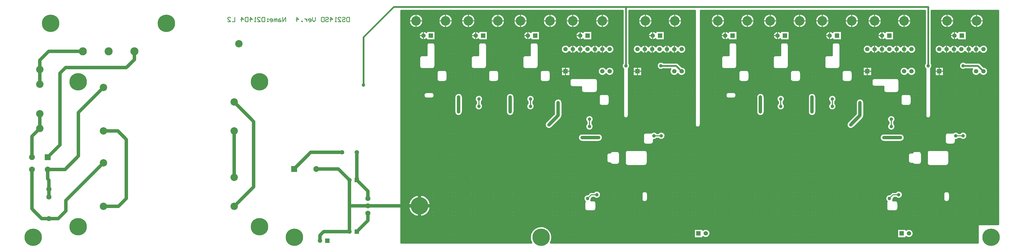
<source format=gbl>
%FSLAX23Y23*%
%MOIN*%
G70*
G01*
G75*
G04 Layer_Physical_Order=2*
%ADD10C,0.024*%
%ADD11R,0.035X0.037*%
%ADD12R,0.024X0.047*%
%ADD13R,0.060X0.052*%
%ADD14R,0.052X0.060*%
%ADD15R,0.118X0.059*%
%ADD16R,0.028X0.036*%
%ADD17R,0.036X0.028*%
%ADD18R,0.059X0.051*%
%ADD19R,0.024X0.087*%
%ADD20R,0.024X0.087*%
%ADD21R,0.063X0.071*%
%ADD22R,0.051X0.059*%
%ADD23R,0.083X0.024*%
%ADD24R,0.024X0.083*%
%ADD25R,0.071X0.063*%
%ADD26C,0.047*%
%ADD27C,0.012*%
%ADD28C,0.010*%
%ADD29C,0.059*%
%ADD30R,0.059X0.059*%
%ADD31C,0.100*%
%ADD32C,0.236*%
%ADD33C,0.237*%
%ADD34C,0.110*%
%ADD35R,0.079X0.079*%
%ADD36C,0.079*%
%ADD37C,0.059*%
%ADD38R,0.059X0.059*%
%ADD39C,0.070*%
%ADD40C,0.079*%
%ADD41C,0.130*%
%ADD42C,0.047*%
D10*
X-2696Y-290D02*
G03*
X-2696Y-290I-96J0D01*
G01*
X-3096D02*
G03*
X-3096Y-290I-96J0D01*
G01*
X-3053Y-443D02*
G03*
X-3053Y-537I-39J-47D01*
G01*
X-3680Y-290D02*
G03*
X-3680Y-290I-96J0D01*
G01*
X-4080D02*
G03*
X-4080Y-290I-96J0D01*
G01*
X-4037Y-443D02*
G03*
X-4037Y-537I-39J-47D01*
G01*
X-2639Y-675D02*
G03*
X-2750Y-640I-61J0D01*
G01*
G03*
X-2850Y-640I-50J-35D01*
G01*
G03*
X-2950Y-640I-50J-35D01*
G01*
X-2750Y-710D02*
G03*
X-2639Y-675I50J35D01*
G01*
X-2850Y-710D02*
G03*
X-2750Y-710I50J35D01*
G01*
X-2950D02*
G03*
X-2850Y-710I50J35D01*
G01*
X-2950Y-640D02*
G03*
X-3050Y-640I-50J-35D01*
G01*
G03*
X-3150Y-640I-50J-35D01*
G01*
G03*
X-3250Y-640I-50J-35D01*
G01*
X-2744Y-869D02*
G03*
X-2775Y-857I-31J-31D01*
G01*
X-2744Y-869D02*
G03*
X-2775Y-857I-31J-31D01*
G01*
X-2639Y-975D02*
G03*
X-2700Y-914I-61J0D01*
G01*
X-3050Y-710D02*
G03*
X-2950Y-710I50J35D01*
G01*
X-3150D02*
G03*
X-3050Y-710I50J35D01*
G01*
X-3250D02*
G03*
X-3150Y-710I50J35D01*
G01*
X-3250Y-640D02*
G03*
X-3250Y-710I-50J-35D01*
G01*
X-2941Y-857D02*
G03*
X-2941Y-943I-34J-43D01*
G01*
X-3725Y-640D02*
G03*
X-3825Y-640I-50J-35D01*
G01*
X-3614Y-675D02*
G03*
X-3725Y-640I-61J0D01*
G01*
X-3825D02*
G03*
X-3925Y-640I-50J-35D01*
G01*
G03*
X-4025Y-640I-50J-35D01*
G01*
G03*
X-4125Y-640I-50J-35D01*
G01*
G03*
X-4225Y-640I-50J-35D01*
G01*
X-3725Y-710D02*
G03*
X-3614Y-675I50J35D01*
G01*
X-3395Y-900D02*
G03*
X-3407Y-866I-55J0D01*
G01*
X-3413Y-940D02*
G03*
X-3395Y-900I-37J40D01*
G01*
X-3493Y-866D02*
G03*
X-3487Y-940I43J-34D01*
G01*
X-3825Y-710D02*
G03*
X-3725Y-710I50J35D01*
G01*
X-3925D02*
G03*
X-3825Y-710I50J35D01*
G01*
X-4025D02*
G03*
X-3925Y-710I50J35D01*
G01*
X-4125D02*
G03*
X-4025Y-710I50J35D01*
G01*
X-4225Y-640D02*
G03*
X-4225Y-710I-50J-35D01*
G01*
G03*
X-4125Y-710I50J35D01*
G01*
X-3614Y-975D02*
G03*
X-3725Y-940I-61J0D01*
G01*
X-4389Y-290D02*
G03*
X-4389Y-290I-96J0D01*
G01*
X-4746Y-443D02*
G03*
X-4746Y-537I-39J-47D01*
G01*
X-4789Y-290D02*
G03*
X-4789Y-290I-96J0D01*
G01*
X-5097D02*
G03*
X-5097Y-290I-96J0D01*
G01*
X-5497D02*
G03*
X-5497Y-290I-96J0D01*
G01*
X-5806D02*
G03*
X-5806Y-290I-96J0D01*
G01*
X-5455Y-443D02*
G03*
X-5455Y-537I-39J-47D01*
G01*
X-6206Y-290D02*
G03*
X-6206Y-290I-96J0D01*
G01*
X-6163Y-443D02*
G03*
X-6163Y-537I-39J-47D01*
G01*
X-4643Y-620D02*
G03*
X-4680Y-583I-37J0D01*
G01*
X-4643Y-620D02*
G03*
X-4680Y-583I-37J0D01*
G01*
X-4720D02*
G03*
X-4757Y-620I0J-37D01*
G01*
X-4720Y-583D02*
G03*
X-4757Y-620I0J-37D01*
G01*
X-5343D02*
G03*
X-5380Y-583I-37J0D01*
G01*
X-5343Y-620D02*
G03*
X-5380Y-583I-37J0D01*
G01*
X-5420D02*
G03*
X-5457Y-620I0J-37D01*
G01*
X-5420Y-583D02*
G03*
X-5457Y-620I0J-37D01*
G01*
X-4680Y-942D02*
G03*
X-4643Y-905I0J37D01*
G01*
X-4820Y-758D02*
G03*
X-4857Y-795I0J-37D01*
G01*
X-4680Y-942D02*
G03*
X-4643Y-905I0J37D01*
G01*
X-4820Y-758D02*
G03*
X-4857Y-795I0J-37D01*
G01*
X-4478Y-995D02*
G03*
X-4515Y-958I-37J0D01*
G01*
X-4478Y-995D02*
G03*
X-4515Y-958I-37J0D01*
G01*
X-4585D02*
G03*
X-4622Y-995I0J-37D01*
G01*
X-4585Y-958D02*
G03*
X-4622Y-995I0J-37D01*
G01*
X-4857Y-905D02*
G03*
X-4820Y-942I37J0D01*
G01*
X-4857Y-905D02*
G03*
X-4820Y-942I37J0D01*
G01*
X-5178Y-995D02*
G03*
X-5215Y-958I-37J0D01*
G01*
X-5178Y-995D02*
G03*
X-5215Y-958I-37J0D01*
G01*
X-5285D02*
G03*
X-5322Y-995I0J-37D01*
G01*
X-5380Y-942D02*
G03*
X-5343Y-905I0J37D01*
G01*
X-5285Y-958D02*
G03*
X-5322Y-995I0J-37D01*
G01*
X-5380Y-942D02*
G03*
X-5343Y-905I0J37D01*
G01*
X-6043Y-620D02*
G03*
X-6080Y-583I-37J0D01*
G01*
X-6043Y-620D02*
G03*
X-6080Y-583I-37J0D01*
G01*
X-6120D02*
G03*
X-6157Y-620I0J-37D01*
G01*
X-6120Y-583D02*
G03*
X-6157Y-620I0J-37D01*
G01*
X-5520Y-758D02*
G03*
X-5557Y-795I0J-37D01*
G01*
X-5520Y-758D02*
G03*
X-5557Y-795I0J-37D01*
G01*
Y-905D02*
G03*
X-5520Y-942I37J0D01*
G01*
X-5557Y-905D02*
G03*
X-5520Y-942I37J0D01*
G01*
X-5878Y-995D02*
G03*
X-5915Y-958I-37J0D01*
G01*
X-5878Y-995D02*
G03*
X-5915Y-958I-37J0D01*
G01*
X-5985D02*
G03*
X-6022Y-995I0J-37D01*
G01*
X-5985Y-958D02*
G03*
X-6022Y-995I0J-37D01*
G01*
X-6220Y-758D02*
G03*
X-6257Y-795I0J-37D01*
G01*
X-6220Y-758D02*
G03*
X-6257Y-795I0J-37D01*
G01*
X-6080Y-942D02*
G03*
X-6043Y-905I0J37D01*
G01*
X-6080Y-942D02*
G03*
X-6043Y-905I0J37D01*
G01*
X-6257D02*
G03*
X-6220Y-942I37J0D01*
G01*
X-6257Y-905D02*
G03*
X-6220Y-942I37J0D01*
G01*
X-2852Y-943D02*
G03*
X-2750Y-1010I52J-32D01*
G01*
G03*
X-2639Y-975I50J35D01*
G01*
X-3111Y-1808D02*
G03*
X-3115Y-1808I-4J-37D01*
G01*
X-3111Y-1808D02*
G03*
X-3115Y-1808I-4J-37D01*
G01*
X-3487Y-1575D02*
G03*
X-3413Y-1575I37J0D01*
G01*
X-3035Y-1813D02*
G03*
X-3111Y-1808I-40J-37D01*
G01*
X-2920Y-1850D02*
G03*
X-3015Y-1813I-55J0D01*
G01*
X-3185Y-1808D02*
G03*
X-3222Y-1845I0J-37D01*
G01*
X-3185Y-1808D02*
G03*
X-3222Y-1845I0J-37D01*
G01*
X-3725Y-1010D02*
G03*
X-3614Y-975I50J35D01*
G01*
X-3725Y-940D02*
G03*
X-3725Y-1010I-50J-35D01*
G01*
X-3678Y-1320D02*
G03*
X-3715Y-1283I-37J0D01*
G01*
X-3678Y-1320D02*
G03*
X-3715Y-1283I-37J0D01*
G01*
X-3843Y-1105D02*
G03*
X-3880Y-1068I-37J0D01*
G01*
X-3843Y-1105D02*
G03*
X-3880Y-1068I-37J0D01*
G01*
Y-1267D02*
G03*
X-3843Y-1230I0J37D01*
G01*
X-3880Y-1267D02*
G03*
X-3843Y-1230I0J37D01*
G01*
X-3785Y-1283D02*
G03*
X-3822Y-1320I0J-37D01*
G01*
X-3785Y-1283D02*
G03*
X-3822Y-1320I0J-37D01*
G01*
X-3715Y-1442D02*
G03*
X-3678Y-1405I0J37D01*
G01*
X-3715Y-1442D02*
G03*
X-3678Y-1405I0J37D01*
G01*
X-3822D02*
G03*
X-3785Y-1442I37J0D01*
G01*
X-3822Y-1405D02*
G03*
X-3785Y-1442I37J0D01*
G01*
X-3913Y-1665D02*
G03*
X-3895Y-1625I-37J40D01*
G01*
X-3770Y-1875D02*
G03*
X-3825Y-1820I-55J0D01*
G01*
X-3770Y-1875D02*
G03*
X-3825Y-1820I-55J0D01*
G01*
X-3895Y-1625D02*
G03*
X-3987Y-1665I-55J0D01*
G01*
X-3895Y-1725D02*
G03*
X-3913Y-1685I-55J0D01*
G01*
X-3987D02*
G03*
X-3895Y-1725I37J-40D01*
G01*
X-3015Y-1887D02*
G03*
X-2920Y-1850I40J37D01*
G01*
X-3078Y-1905D02*
G03*
X-3035Y-1887I3J55D01*
G01*
X-3115Y-1967D02*
G03*
X-3078Y-1930I0J37D01*
G01*
X-3115Y-1967D02*
G03*
X-3078Y-1930I0J37D01*
G01*
X-3168Y-2080D02*
G03*
X-3205Y-2043I-37J0D01*
G01*
X-3168Y-2080D02*
G03*
X-3205Y-2043I-37J0D01*
G01*
X-3222Y-1930D02*
G03*
X-3185Y-1967I37J0D01*
G01*
X-3222Y-1930D02*
G03*
X-3185Y-1967I37J0D01*
G01*
X-3430Y-2043D02*
G03*
X-3467Y-2080I0J-37D01*
G01*
X-3430Y-2043D02*
G03*
X-3467Y-2080I0J-37D01*
G01*
X-3538Y-2095D02*
G03*
X-3575Y-2058I-37J0D01*
G01*
X-3538Y-2095D02*
G03*
X-3575Y-2058I-37J0D01*
G01*
X-3205Y-2257D02*
G03*
X-3168Y-2220I0J37D01*
G01*
X-3205Y-2257D02*
G03*
X-3168Y-2220I0J37D01*
G01*
X-3467D02*
G03*
X-3430Y-2257I37J0D01*
G01*
X-3467Y-2220D02*
G03*
X-3430Y-2257I37J0D01*
G01*
X-3158Y-2640D02*
G03*
X-3195Y-2603I-37J0D01*
G01*
X-3158Y-2640D02*
G03*
X-3195Y-2603I-37J0D01*
G01*
Y-2747D02*
G03*
X-3158Y-2710I0J37D01*
G01*
X-3195Y-2747D02*
G03*
X-3158Y-2710I0J37D01*
G01*
X-3205Y-2603D02*
G03*
X-3242Y-2640I0J-37D01*
G01*
X-3205Y-2603D02*
G03*
X-3242Y-2640I0J-37D01*
G01*
Y-2710D02*
G03*
X-3205Y-2747I37J0D01*
G01*
X-3242Y-2710D02*
G03*
X-3205Y-2747I37J0D01*
G01*
X-3630Y-2058D02*
G03*
X-3663Y-2078I0J-37D01*
G01*
X-3630Y-2058D02*
G03*
X-3663Y-2078I0J-37D01*
G01*
X-3685D02*
G03*
X-3722Y-2115I0J-37D01*
G01*
X-3575Y-2242D02*
G03*
X-3538Y-2205I0J37D01*
G01*
X-3685Y-2078D02*
G03*
X-3722Y-2115I0J-37D01*
G01*
Y-2190D02*
G03*
X-3685Y-2227I37J0D01*
G01*
X-3575Y-2242D02*
G03*
X-3538Y-2205I0J37D01*
G01*
X-3660Y-2227D02*
G03*
X-3630Y-2242I30J22D01*
G01*
X-3660Y-2227D02*
G03*
X-3630Y-2242I30J22D01*
G01*
X-3722Y-2190D02*
G03*
X-3685Y-2227I37J0D01*
G01*
X-3825Y-1930D02*
G03*
X-3770Y-1875I0J55D01*
G01*
X-3825Y-1930D02*
G03*
X-3770Y-1875I0J55D01*
G01*
X-3795Y-2650D02*
G03*
X-3890Y-2613I-55J0D01*
G01*
Y-2687D02*
G03*
X-3795Y-2650I40J37D01*
G01*
X-3858Y-2765D02*
G03*
X-3895Y-2728I-37J0D01*
G01*
X-3858Y-2765D02*
G03*
X-3895Y-2728I-37J0D01*
G01*
X-3925Y-2613D02*
G03*
X-3951Y-2624I0J-37D01*
G01*
X-3925Y-2613D02*
G03*
X-3951Y-2624I0J-37D01*
G01*
X-3927Y-2728D02*
G03*
X-3920Y-2700I-48J28D01*
G01*
X-3649Y-3175D02*
G03*
X-3749Y-3128I-61J0D01*
G01*
Y-3222D02*
G03*
X-3649Y-3175I39J47D01*
G01*
X-3895Y-2872D02*
G03*
X-3858Y-2835I0J37D01*
G01*
X-3895Y-2872D02*
G03*
X-3858Y-2835I0J37D01*
G01*
X-4180Y-1068D02*
G03*
X-4217Y-1105I0J-37D01*
G01*
X-4180Y-1068D02*
G03*
X-4217Y-1105I0J-37D01*
G01*
X-4057Y-1230D02*
G03*
X-4020Y-1267I37J0D01*
G01*
X-4057Y-1230D02*
G03*
X-4020Y-1267I37J0D01*
G01*
X-4217Y-1145D02*
G03*
X-4180Y-1182I37J0D01*
G01*
X-4217Y-1145D02*
G03*
X-4180Y-1182I37J0D01*
G01*
X-4515Y-1117D02*
G03*
X-4478Y-1080I0J37D01*
G01*
X-4515Y-1117D02*
G03*
X-4478Y-1080I0J37D01*
G01*
X-4622D02*
G03*
X-4585Y-1117I37J0D01*
G01*
X-4622Y-1080D02*
G03*
X-4585Y-1117I37J0D01*
G01*
X-5215D02*
G03*
X-5178Y-1080I0J37D01*
G01*
X-5215Y-1117D02*
G03*
X-5178Y-1080I0J37D01*
G01*
X-4970Y-1325D02*
G03*
X-5080Y-1325I-55J0D01*
G01*
X-5322Y-1080D02*
G03*
X-5285Y-1117I37J0D01*
G01*
X-5322Y-1080D02*
G03*
X-5285Y-1117I37J0D01*
G01*
X-5915D02*
G03*
X-5878Y-1080I0J37D01*
G01*
X-5915Y-1117D02*
G03*
X-5878Y-1080I0J37D01*
G01*
X-6022D02*
G03*
X-5985Y-1117I37J0D01*
G01*
X-6022Y-1080D02*
G03*
X-5985Y-1117I37J0D01*
G01*
X-6053Y-1295D02*
G03*
X-6090Y-1258I-37J0D01*
G01*
X-6053Y-1295D02*
G03*
X-6090Y-1258I-37J0D01*
G01*
X-6160D02*
G03*
X-6197Y-1295I0J-37D01*
G01*
X-6160Y-1258D02*
G03*
X-6197Y-1295I0J-37D01*
G01*
X-4320Y-1400D02*
G03*
X-4430Y-1400I-55J0D01*
G01*
X-4320D02*
G03*
X-4430Y-1400I-55J0D01*
G01*
X-4336Y-1614D02*
G03*
X-4320Y-1575I-39J39D01*
G01*
X-4336Y-1614D02*
G03*
X-4320Y-1575I-39J39D01*
G01*
X-4695Y-1350D02*
G03*
X-4787Y-1390I-55J0D01*
G01*
X-4713D02*
G03*
X-4695Y-1350I-37J40D01*
G01*
X-4970Y-1325D02*
G03*
X-5080Y-1325I-55J0D01*
G01*
X-4695Y-1450D02*
G03*
X-4713Y-1410I-55J0D01*
G01*
X-4787D02*
G03*
X-4695Y-1450I37J-40D01*
G01*
X-5080Y-1525D02*
G03*
X-4970Y-1525I55J-0D01*
G01*
X-5080D02*
G03*
X-4970Y-1525I55J0D01*
G01*
X-4050Y-1820D02*
G03*
X-4050Y-1930I-0J-55D01*
G01*
X-4050Y-1820D02*
G03*
X-4050Y-1930I0J-55D01*
G01*
X-4010Y-2743D02*
G03*
X-4017Y-2765I30J-22D01*
G01*
X-3973Y-2645D02*
G03*
X-4010Y-2743I-2J-55D01*
G01*
G03*
X-4017Y-2765I30J-22D01*
G01*
Y-2835D02*
G03*
X-3980Y-2872I37J0D01*
G01*
X-4017Y-2835D02*
G03*
X-3980Y-2872I37J0D01*
G01*
X-4539Y-1661D02*
G03*
X-4461Y-1739I39J-39D01*
G01*
X-4539Y-1661D02*
G03*
X-4461Y-1739I39J-39D01*
G01*
X-5395Y-1350D02*
G03*
X-5487Y-1390I-55J0D01*
G01*
X-5413D02*
G03*
X-5395Y-1350I-37J40D01*
G01*
Y-1450D02*
G03*
X-5413Y-1410I-55J0D01*
G01*
X-5487D02*
G03*
X-5395Y-1450I37J-40D01*
G01*
X-5670Y-1325D02*
G03*
X-5780Y-1325I-55J0D01*
G01*
X-5670D02*
G03*
X-5780Y-1325I-55J0D01*
G01*
X-6090Y-1342D02*
G03*
X-6053Y-1305I0J37D01*
G01*
X-6090Y-1342D02*
G03*
X-6053Y-1305I0J37D01*
G01*
X-6197D02*
G03*
X-6160Y-1342I37J0D01*
G01*
X-6197Y-1305D02*
G03*
X-6160Y-1342I37J0D01*
G01*
X-5780Y-1525D02*
G03*
X-5670Y-1525I55J-0D01*
G01*
X-5780D02*
G03*
X-5670Y-1525I55J0D01*
G01*
X-6405Y-3175D02*
G03*
X-6505Y-3128I-61J0D01*
G01*
Y-3222D02*
G03*
X-6405Y-3175I39J47D01*
G01*
X-6612Y-1700D02*
G03*
X-6538Y-1700I37J0D01*
G01*
X-6790Y-290D02*
G03*
X-6790Y-290I-96J0D01*
G01*
X-7190D02*
G03*
X-7190Y-290I-96J0D01*
G01*
X-7148Y-443D02*
G03*
X-7148Y-537I-39J-47D01*
G01*
X-7774Y-290D02*
G03*
X-7774Y-290I-96J0D01*
G01*
X-8174D02*
G03*
X-8174Y-290I-96J0D01*
G01*
X-8132Y-443D02*
G03*
X-8132Y-537I-39J-47D01*
G01*
X-6733Y-675D02*
G03*
X-6844Y-640I-61J0D01*
G01*
G03*
X-6944Y-640I-50J-35D01*
G01*
G03*
X-7044Y-640I-50J-35D01*
G01*
G03*
X-7144Y-640I-50J-35D01*
G01*
X-6844Y-710D02*
G03*
X-6733Y-675I50J35D01*
G01*
X-6944Y-710D02*
G03*
X-6844Y-710I50J35D01*
G01*
X-7044D02*
G03*
X-6944Y-710I50J35D01*
G01*
X-7144D02*
G03*
X-7044Y-710I50J35D01*
G01*
X-7144Y-640D02*
G03*
X-7244Y-640I-50J-35D01*
G01*
G03*
X-7344Y-640I-50J-35D01*
G01*
G03*
X-7344Y-710I-50J-35D01*
G01*
X-7244D02*
G03*
X-7144Y-710I50J35D01*
G01*
X-7344D02*
G03*
X-7244Y-710I50J35D01*
G01*
X-6839Y-869D02*
G03*
X-6869Y-857I-31J-31D01*
G01*
X-6839Y-869D02*
G03*
X-6869Y-857I-31J-31D01*
G01*
X-6733Y-975D02*
G03*
X-6794Y-914I-61J0D01*
G01*
X-6844Y-1010D02*
G03*
X-6733Y-975I50J35D01*
G01*
X-6947Y-943D02*
G03*
X-6844Y-1010I52J-32D01*
G01*
X-7041Y-857D02*
G03*
X-7041Y-943I-34J-43D01*
G01*
X-7819Y-640D02*
G03*
X-7919Y-640I-50J-35D01*
G01*
X-7708Y-675D02*
G03*
X-7819Y-640I-61J0D01*
G01*
X-7919D02*
G03*
X-8019Y-640I-50J-35D01*
G01*
X-7819Y-710D02*
G03*
X-7708Y-675I50J35D01*
G01*
X-7919Y-710D02*
G03*
X-7819Y-710I50J35D01*
G01*
X-8019D02*
G03*
X-7919Y-710I50J35D01*
G01*
X-8019Y-640D02*
G03*
X-8119Y-640I-50J-35D01*
G01*
G03*
X-8219Y-640I-50J-35D01*
G01*
G03*
X-8319Y-640I-50J-35D01*
G01*
G03*
X-8319Y-710I-50J-35D01*
G01*
X-8119D02*
G03*
X-8019Y-710I50J35D01*
G01*
X-8219D02*
G03*
X-8119Y-710I50J35D01*
G01*
X-8319D02*
G03*
X-8219Y-710I50J35D01*
G01*
X-7495Y-900D02*
G03*
X-7507Y-866I-55J0D01*
G01*
X-7513Y-940D02*
G03*
X-7495Y-900I-37J40D01*
G01*
X-7593Y-866D02*
G03*
X-7587Y-940I43J-34D01*
G01*
X-7708Y-975D02*
G03*
X-7819Y-940I-61J0D01*
G01*
G03*
X-7819Y-1010I-50J-35D01*
G01*
G03*
X-7708Y-975I50J35D01*
G01*
X-8483Y-290D02*
G03*
X-8483Y-290I-96J0D01*
G01*
X-8883D02*
G03*
X-8883Y-290I-96J0D01*
G01*
X-9192D02*
G03*
X-9192Y-290I-96J0D01*
G01*
X-8841Y-443D02*
G03*
X-8841Y-537I-39J-47D01*
G01*
X-9592Y-290D02*
G03*
X-9592Y-290I-96J0D01*
G01*
X-9900D02*
G03*
X-9900Y-290I-96J0D01*
G01*
X-9549Y-443D02*
G03*
X-9549Y-537I-39J-47D01*
G01*
X-10300Y-290D02*
G03*
X-10300Y-290I-96J0D01*
G01*
X-10258Y-443D02*
G03*
X-10258Y-537I-39J-47D01*
G01*
X-8738Y-620D02*
G03*
X-8775Y-583I-37J0D01*
G01*
X-8738Y-620D02*
G03*
X-8775Y-583I-37J0D01*
G01*
X-8815D02*
G03*
X-8852Y-620I0J-37D01*
G01*
X-8815Y-583D02*
G03*
X-8852Y-620I0J-37D01*
G01*
X-9438D02*
G03*
X-9475Y-583I-37J0D01*
G01*
X-9438Y-620D02*
G03*
X-9475Y-583I-37J0D01*
G01*
X-9515D02*
G03*
X-9552Y-620I0J-37D01*
G01*
X-9515Y-583D02*
G03*
X-9552Y-620I0J-37D01*
G01*
X-8573Y-995D02*
G03*
X-8610Y-958I-37J0D01*
G01*
X-8573Y-995D02*
G03*
X-8610Y-958I-37J0D01*
G01*
X-8680D02*
G03*
X-8717Y-995I0J-37D01*
G01*
X-8680Y-958D02*
G03*
X-8717Y-995I0J-37D01*
G01*
X-8915Y-758D02*
G03*
X-8952Y-795I0J-37D01*
G01*
X-8915Y-758D02*
G03*
X-8952Y-795I0J-37D01*
G01*
X-8775Y-942D02*
G03*
X-8738Y-905I0J37D01*
G01*
X-8775Y-942D02*
G03*
X-8738Y-905I0J37D01*
G01*
X-8952D02*
G03*
X-8915Y-942I37J0D01*
G01*
X-8952Y-905D02*
G03*
X-8915Y-942I37J0D01*
G01*
X-9273Y-995D02*
G03*
X-9310Y-958I-37J0D01*
G01*
X-9273Y-995D02*
G03*
X-9310Y-958I-37J0D01*
G01*
X-9475Y-942D02*
G03*
X-9438Y-905I0J37D01*
G01*
X-9380Y-958D02*
G03*
X-9417Y-995I0J-37D01*
G01*
X-9380Y-958D02*
G03*
X-9417Y-995I0J-37D01*
G01*
X-9475Y-942D02*
G03*
X-9438Y-905I0J37D01*
G01*
X-10138Y-620D02*
G03*
X-10175Y-583I-37J0D01*
G01*
X-10138Y-620D02*
G03*
X-10175Y-583I-37J0D01*
G01*
X-10215D02*
G03*
X-10252Y-620I0J-37D01*
G01*
X-10215Y-583D02*
G03*
X-10252Y-620I0J-37D01*
G01*
X-9615Y-758D02*
G03*
X-9652Y-795I0J-37D01*
G01*
X-9615Y-758D02*
G03*
X-9652Y-795I0J-37D01*
G01*
Y-905D02*
G03*
X-9615Y-942I37J0D01*
G01*
X-9652Y-905D02*
G03*
X-9615Y-942I37J0D01*
G01*
X-9973Y-995D02*
G03*
X-10010Y-958I-37J0D01*
G01*
X-9973Y-995D02*
G03*
X-10010Y-958I-37J0D01*
G01*
X-10080D02*
G03*
X-10117Y-995I0J-37D01*
G01*
X-10080Y-958D02*
G03*
X-10117Y-995I0J-37D01*
G01*
X-10315Y-758D02*
G03*
X-10352Y-795I0J-37D01*
G01*
X-10315Y-758D02*
G03*
X-10352Y-795I0J-37D01*
G01*
X-10175Y-942D02*
G03*
X-10138Y-905I0J37D01*
G01*
X-10175Y-942D02*
G03*
X-10138Y-905I0J37D01*
G01*
X-10352D02*
G03*
X-10315Y-942I37J0D01*
G01*
X-10352Y-905D02*
G03*
X-10315Y-942I37J0D01*
G01*
X-7205Y-1808D02*
G03*
X-7210Y-1808I-5J-37D01*
G01*
X-7129Y-1813D02*
G03*
X-7205Y-1808I-40J-37D01*
G01*
G03*
X-7210Y-1808I-5J-37D01*
G01*
X-7587Y-1575D02*
G03*
X-7513Y-1575I37J0D01*
G01*
X-7014Y-1850D02*
G03*
X-7110Y-1813I-55J0D01*
G01*
Y-1887D02*
G03*
X-7014Y-1850I40J37D01*
G01*
X-7173Y-1905D02*
G03*
X-7129Y-1887I3J55D01*
G01*
X-7280Y-1808D02*
G03*
X-7317Y-1845I0J-37D01*
G01*
X-7280Y-1808D02*
G03*
X-7317Y-1845I0J-37D01*
G01*
X-7773Y-1320D02*
G03*
X-7810Y-1283I-37J0D01*
G01*
X-7773Y-1320D02*
G03*
X-7810Y-1283I-37J0D01*
G01*
X-7880D02*
G03*
X-7917Y-1320I0J-37D01*
G01*
X-7880Y-1283D02*
G03*
X-7917Y-1320I0J-37D01*
G01*
X-7810Y-1442D02*
G03*
X-7773Y-1405I0J37D01*
G01*
X-7810Y-1442D02*
G03*
X-7773Y-1405I0J37D01*
G01*
X-7933Y-1105D02*
G03*
X-7970Y-1068I-37J0D01*
G01*
X-7933Y-1105D02*
G03*
X-7970Y-1068I-37J0D01*
G01*
Y-1267D02*
G03*
X-7933Y-1230I0J37D01*
G01*
X-7970Y-1267D02*
G03*
X-7933Y-1230I0J37D01*
G01*
X-7917Y-1405D02*
G03*
X-7880Y-1442I37J0D01*
G01*
X-7917Y-1405D02*
G03*
X-7880Y-1442I37J0D01*
G01*
X-7864Y-1875D02*
G03*
X-7919Y-1820I-55J0D01*
G01*
X-7989Y-1625D02*
G03*
X-8082Y-1665I-55J0D01*
G01*
X-8007D02*
G03*
X-7989Y-1625I-37J40D01*
G01*
X-7864Y-1875D02*
G03*
X-7920Y-1820I-55J0D01*
G01*
X-7919Y-1930D02*
G03*
X-7864Y-1875I0J55D01*
G01*
X-7920Y-1930D02*
G03*
X-7864Y-1875I0J55D01*
G01*
X-7989Y-1725D02*
G03*
X-8007Y-1685I-55J0D01*
G01*
X-8082D02*
G03*
X-7989Y-1725I37J-40D01*
G01*
X-7210Y-1967D02*
G03*
X-7173Y-1930I0J37D01*
G01*
X-7210Y-1967D02*
G03*
X-7173Y-1930I0J37D01*
G01*
X-7258Y-2080D02*
G03*
X-7295Y-2043I-37J0D01*
G01*
X-7258Y-2080D02*
G03*
X-7295Y-2043I-37J0D01*
G01*
X-7317Y-1930D02*
G03*
X-7280Y-1967I37J0D01*
G01*
X-7317Y-1930D02*
G03*
X-7280Y-1967I37J0D01*
G01*
X-7525Y-2043D02*
G03*
X-7562Y-2080I0J-37D01*
G01*
X-7525Y-2043D02*
G03*
X-7562Y-2080I0J-37D01*
G01*
X-7295Y-2257D02*
G03*
X-7258Y-2220I0J37D01*
G01*
X-7633Y-2095D02*
G03*
X-7670Y-2058I-37J0D01*
G01*
X-7633Y-2095D02*
G03*
X-7670Y-2058I-37J0D01*
G01*
X-7730D02*
G03*
X-7763Y-2078I0J-37D01*
G01*
X-7730Y-2058D02*
G03*
X-7763Y-2078I0J-37D01*
G01*
X-7775D02*
G03*
X-7812Y-2115I0J-37D01*
G01*
X-7775Y-2078D02*
G03*
X-7812Y-2115I0J-37D01*
G01*
X-7670Y-2242D02*
G03*
X-7633Y-2205I0J37D01*
G01*
X-7670Y-2242D02*
G03*
X-7633Y-2205I0J37D01*
G01*
X-7812Y-2185D02*
G03*
X-7775Y-2222I37J0D01*
G01*
X-7763D02*
G03*
X-7730Y-2242I33J17D01*
G01*
X-7763Y-2222D02*
G03*
X-7730Y-2242I33J17D01*
G01*
X-7253Y-2640D02*
G03*
X-7290Y-2603I-37J0D01*
G01*
X-7253Y-2640D02*
G03*
X-7290Y-2603I-37J0D01*
G01*
X-7295Y-2257D02*
G03*
X-7258Y-2220I0J37D01*
G01*
X-7300Y-2603D02*
G03*
X-7337Y-2640I0J-37D01*
G01*
X-7300Y-2603D02*
G03*
X-7337Y-2640I0J-37D01*
G01*
X-7290Y-2747D02*
G03*
X-7253Y-2710I0J37D01*
G01*
X-7290Y-2747D02*
G03*
X-7253Y-2710I0J37D01*
G01*
X-7337D02*
G03*
X-7300Y-2747I37J0D01*
G01*
X-7562Y-2220D02*
G03*
X-7525Y-2257I37J0D01*
G01*
X-7562Y-2220D02*
G03*
X-7525Y-2257I37J0D01*
G01*
X-7337Y-2710D02*
G03*
X-7300Y-2747I37J0D01*
G01*
X-7812Y-2185D02*
G03*
X-7775Y-2222I37J0D01*
G01*
X-8019Y-2613D02*
G03*
X-8046Y-2624I0J-37D01*
G01*
X-7889Y-2650D02*
G03*
X-7985Y-2613I-55J0D01*
G01*
X-8019D02*
G03*
X-8046Y-2624I0J-37D01*
G01*
X-7985Y-2687D02*
G03*
X-7889Y-2650I40J37D01*
G01*
X-8022Y-2728D02*
G03*
X-8014Y-2700I-48J28D01*
G01*
X-7953Y-2765D02*
G03*
X-7990Y-2728I-37J0D01*
G01*
X-7953Y-2765D02*
G03*
X-7990Y-2728I-37J0D01*
G01*
X-8067Y-2645D02*
G03*
X-8105Y-2742I-2J-55D01*
G01*
X-7990Y-2872D02*
G03*
X-7953Y-2835I0J37D01*
G01*
X-7990Y-2872D02*
G03*
X-7953Y-2835I0J37D01*
G01*
X-8112D02*
G03*
X-8075Y-2872I37J0D01*
G01*
X-8275Y-1068D02*
G03*
X-8312Y-1105I0J-37D01*
G01*
X-8275Y-1068D02*
G03*
X-8312Y-1105I0J-37D01*
G01*
X-8157Y-1230D02*
G03*
X-8120Y-1267I37J0D01*
G01*
X-8157Y-1230D02*
G03*
X-8120Y-1267I37J0D01*
G01*
X-8610Y-1117D02*
G03*
X-8573Y-1080I0J37D01*
G01*
X-8312Y-1150D02*
G03*
X-8275Y-1187I37J0D01*
G01*
X-8312Y-1150D02*
G03*
X-8275Y-1187I37J0D01*
G01*
X-8610Y-1117D02*
G03*
X-8573Y-1080I0J37D01*
G01*
X-8717D02*
G03*
X-8680Y-1117I37J0D01*
G01*
X-8717Y-1080D02*
G03*
X-8680Y-1117I37J0D01*
G01*
X-9064Y-1325D02*
G03*
X-9175Y-1325I-55J0D01*
G01*
X-9310Y-1117D02*
G03*
X-9273Y-1080I0J37D01*
G01*
X-9310Y-1117D02*
G03*
X-9273Y-1080I0J37D01*
G01*
X-9064Y-1325D02*
G03*
X-9175Y-1325I-55J0D01*
G01*
X-9417Y-1080D02*
G03*
X-9380Y-1117I37J0D01*
G01*
X-8789Y-1350D02*
G03*
X-8882Y-1390I-55J0D01*
G01*
X-9417Y-1080D02*
G03*
X-9380Y-1117I37J0D01*
G01*
X-10010D02*
G03*
X-9973Y-1080I0J37D01*
G01*
X-10010Y-1117D02*
G03*
X-9973Y-1080I0J37D01*
G01*
X-10117D02*
G03*
X-10080Y-1117I37J0D01*
G01*
X-10117Y-1080D02*
G03*
X-10080Y-1117I37J0D01*
G01*
X-10148Y-1295D02*
G03*
X-10185Y-1258I-37J0D01*
G01*
X-10148Y-1295D02*
G03*
X-10185Y-1258I-37J0D01*
G01*
X-10255D02*
G03*
X-10292Y-1295I0J-37D01*
G01*
X-10255Y-1258D02*
G03*
X-10292Y-1295I0J-37D01*
G01*
X-9489Y-1350D02*
G03*
X-9582Y-1390I-55J0D01*
G01*
X-9764Y-1325D02*
G03*
X-9875Y-1325I-55J0D01*
G01*
X-9764D02*
G03*
X-9875Y-1325I-55J0D01*
G01*
X-10185Y-1342D02*
G03*
X-10148Y-1305I0J37D01*
G01*
X-10185Y-1342D02*
G03*
X-10148Y-1305I0J37D01*
G01*
X-10292D02*
G03*
X-10255Y-1342I37J0D01*
G01*
X-10292Y-1305D02*
G03*
X-10255Y-1342I37J0D01*
G01*
X-8414Y-1400D02*
G03*
X-8525Y-1400I-55J0D01*
G01*
X-8414D02*
G03*
X-8525Y-1400I-55J0D01*
G01*
X-8807Y-1390D02*
G03*
X-8789Y-1350I-37J40D01*
G01*
Y-1450D02*
G03*
X-8807Y-1410I-55J0D01*
G01*
X-8882D02*
G03*
X-8789Y-1450I37J-40D01*
G01*
X-8431Y-1614D02*
G03*
X-8414Y-1575I-39J39D01*
G01*
X-8431Y-1614D02*
G03*
X-8414Y-1575I-39J39D01*
G01*
X-9507Y-1390D02*
G03*
X-9489Y-1350I-37J40D01*
G01*
X-9175Y-1525D02*
G03*
X-9064Y-1525I55J-0D01*
G01*
X-9175D02*
G03*
X-9064Y-1525I55J0D01*
G01*
X-9489Y-1450D02*
G03*
X-9507Y-1410I-55J0D01*
G01*
X-8144Y-1820D02*
G03*
X-8144Y-1930I-0J-55D01*
G01*
X-8144Y-1820D02*
G03*
X-8144Y-1930I0J-55D01*
G01*
X-8105Y-2742D02*
G03*
X-8112Y-2765I30J-23D01*
G01*
X-8105Y-2742D02*
G03*
X-8112Y-2765I30J-23D01*
G01*
Y-2835D02*
G03*
X-8075Y-2872I37J0D01*
G01*
X-8569Y-3300D02*
G03*
X-8551Y-3228I-131J72D01*
G01*
X-8633Y-1661D02*
G03*
X-8555Y-1739I39J-39D01*
G01*
X-8633Y-1661D02*
G03*
X-8556Y-1739I39J-39D01*
G01*
X-8551Y-3228D02*
G03*
X-8832Y-3300I-150J0D01*
G01*
X-9582Y-1410D02*
G03*
X-9489Y-1450I37J-40D01*
G01*
X-9875Y-1525D02*
G03*
X-9764Y-1525I55J-0D01*
G01*
X-9875D02*
G03*
X-9764Y-1525I55J0D01*
G01*
X-10200Y-2800D02*
G03*
X-10200Y-2800I-150J0D01*
G01*
X-2764Y-198D02*
Y-150D01*
X-2752Y-203D02*
X-2500D01*
X-2788Y-194D02*
Y-150D01*
X-2812Y-196D02*
Y-150D01*
X-2717Y-229D02*
Y-150D01*
X-2741Y-209D02*
Y-150D01*
X-3407D02*
X-2500D01*
X-3407Y-155D02*
X-2500D01*
X-3407Y-179D02*
X-2500D01*
X-2835Y-204D02*
Y-150D01*
X-3152Y-203D02*
X-2833D01*
X-2859Y-221D02*
Y-150D01*
X-2720Y-226D02*
X-2500D01*
X-2704Y-250D02*
X-2500D01*
X-2697Y-273D02*
X-2500D01*
X-2696Y-297D02*
X-2500D01*
X-2701Y-321D02*
X-2500D01*
X-2712Y-344D02*
X-2500D01*
X-3120Y-226D02*
X-2864D01*
X-2735Y-368D02*
X-2500D01*
X-3135D02*
X-2849D01*
X-3119Y-228D02*
Y-150D01*
X-3142Y-208D02*
Y-150D01*
X-3166Y-197D02*
Y-150D01*
X-3190Y-194D02*
Y-150D01*
X-2883Y-256D02*
Y-150D01*
X-3104Y-250D02*
X-2880D01*
X-3213Y-196D02*
Y-150D01*
X-3407Y-203D02*
X-3233D01*
X-3237Y-205D02*
Y-150D01*
X-3260Y-222D02*
Y-150D01*
X-3407Y-226D02*
X-3264D01*
X-3284Y-261D02*
Y-150D01*
X-3097Y-273D02*
X-2887D01*
X-3101Y-321D02*
X-2884D01*
X-3112Y-344D02*
X-2872D01*
X-3096Y-297D02*
X-2888D01*
X-3407Y-250D02*
X-3280D01*
X-3407Y-273D02*
X-3287D01*
X-3407Y-297D02*
X-3288D01*
X-3407Y-344D02*
X-3272D01*
X-3407Y-368D02*
X-3249D01*
X-3407Y-321D02*
X-3284D01*
X-2694Y-614D02*
Y-150D01*
X-2883Y-617D02*
Y-324D01*
X-2717Y-616D02*
Y-351D01*
X-2646Y-646D02*
Y-150D01*
X-2670Y-622D02*
Y-150D01*
X-2859Y-630D02*
Y-360D01*
X-2953Y-429D02*
Y-150D01*
X-2977Y-429D02*
Y-150D01*
X-3001Y-429D02*
Y-150D01*
X-2906Y-614D02*
Y-150D01*
X-2930Y-622D02*
Y-150D01*
X-3024Y-429D02*
Y-150D01*
X-2812Y-615D02*
Y-385D01*
X-2788Y-615D02*
Y-387D01*
X-2931Y-551D02*
Y-429D01*
X-2741Y-630D02*
Y-372D01*
X-2764Y-625D02*
Y-383D01*
X-2835Y-625D02*
Y-376D01*
X-3407Y-392D02*
X-2500D01*
X-2931Y-439D02*
X-2500D01*
X-3053Y-429D02*
X-2931D01*
Y-462D02*
X-2500D01*
X-2931Y-486D02*
X-2500D01*
X-2931Y-510D02*
X-2500D01*
X-3048Y-429D02*
Y-150D01*
X-3071Y-433D02*
Y-150D01*
X-3095Y-429D02*
Y-150D01*
X-3119Y-435D02*
Y-353D01*
X-3260Y-629D02*
Y-358D01*
X-3284Y-616D02*
Y-319D01*
X-3308Y-614D02*
Y-150D01*
X-3331Y-623D02*
Y-150D01*
X-3355Y-648D02*
Y-150D01*
X-3402Y-873D02*
Y-150D01*
X-3407Y-866D02*
Y-150D01*
X-3053Y-443D02*
Y-429D01*
X-3059Y-439D02*
X-3053D01*
X-3142Y-456D02*
Y-373D01*
X-3190Y-615D02*
Y-387D01*
X-3213Y-615D02*
Y-384D01*
X-3166Y-624D02*
Y-383D01*
X-3142Y-631D02*
Y-525D01*
X-3237Y-626D02*
Y-376D01*
X-3709Y-221D02*
Y-150D01*
X-3736Y-203D02*
X-3493D01*
X-3733Y-204D02*
Y-150D01*
X-3757Y-196D02*
Y-150D01*
X-3686Y-257D02*
Y-150D01*
X-3704Y-226D02*
X-3493D01*
X-6538Y-150D02*
X-3493D01*
X-6538Y-155D02*
X-3493D01*
X-6538Y-179D02*
X-3493D01*
X-3780Y-194D02*
Y-150D01*
X-3804Y-198D02*
Y-150D01*
X-3689Y-250D02*
X-3493D01*
X-3681Y-273D02*
X-3493D01*
X-3680Y-297D02*
X-3493D01*
X-3685Y-321D02*
X-3493D01*
X-3407Y-415D02*
X-2500D01*
X-3697Y-344D02*
X-3493D01*
X-3719Y-368D02*
X-3493D01*
X-6538Y-392D02*
X-3493D01*
X-6538Y-415D02*
X-3493D01*
X-3827Y-208D02*
Y-150D01*
X-4136Y-203D02*
X-3817D01*
X-4111Y-219D02*
Y-150D01*
X-4134Y-203D02*
Y-150D01*
X-3851Y-229D02*
Y-150D01*
X-3922Y-429D02*
Y-150D01*
X-4087Y-253D02*
Y-150D01*
X-4158Y-195D02*
Y-150D01*
X-4182Y-194D02*
Y-150D01*
X-4205Y-198D02*
Y-150D01*
X-4445Y-203D02*
X-4217D01*
X-4229Y-209D02*
Y-150D01*
X-4104Y-226D02*
X-3849D01*
X-4089Y-250D02*
X-3864D01*
X-4081Y-273D02*
X-3871D01*
X-4085Y-321D02*
X-3868D01*
X-4097Y-344D02*
X-3856D01*
X-4080Y-297D02*
X-3873D01*
X-4119Y-368D02*
X-3833D01*
X-4428D02*
X-4233D01*
X-3638Y-626D02*
Y-150D01*
X-3662Y-615D02*
Y-150D01*
X-3686Y-615D02*
Y-323D01*
X-3709Y-625D02*
Y-359D01*
X-3493Y-866D02*
Y-150D01*
X-3497Y-871D02*
Y-150D01*
X-3615Y-665D02*
Y-150D01*
X-3851Y-619D02*
Y-351D01*
X-3757Y-617D02*
Y-385D01*
X-3875Y-614D02*
Y-150D01*
X-3827Y-637D02*
Y-372D01*
X-3733Y-631D02*
Y-376D01*
X-3898Y-619D02*
Y-150D01*
X-3407Y-439D02*
X-3125D01*
X-3407Y-462D02*
X-3147D01*
X-3407Y-486D02*
X-3153D01*
X-3780Y-614D02*
Y-387D01*
X-3407Y-510D02*
X-3150D01*
X-3804Y-621D02*
Y-383D01*
X-3915Y-439D02*
X-3493D01*
X-3915Y-462D02*
X-3493D01*
X-4037Y-429D02*
X-3915D01*
Y-486D02*
X-3493D01*
X-3915Y-510D02*
X-3493D01*
X-3915Y-551D02*
Y-429D01*
X-3946D02*
Y-150D01*
X-3969Y-429D02*
Y-150D01*
X-3993Y-429D02*
Y-150D01*
X-4016Y-429D02*
Y-150D01*
X-4040Y-441D02*
Y-150D01*
X-4064Y-430D02*
Y-150D01*
X-4087Y-430D02*
Y-327D01*
X-4111Y-440D02*
Y-361D01*
X-4134Y-472D02*
Y-377D01*
X-4205Y-622D02*
Y-382D01*
X-4158Y-616D02*
Y-385D01*
X-4229Y-635D02*
Y-371D01*
X-4037Y-443D02*
Y-429D01*
X-4043Y-439D02*
X-4037D01*
X-4134Y-629D02*
Y-509D01*
X-4624Y-439D02*
X-4109D01*
X-4624Y-462D02*
X-4131D01*
X-4624Y-486D02*
X-4137D01*
X-4624Y-510D02*
X-4134D01*
X-4182Y-614D02*
Y-386D01*
X-2931Y-533D02*
X-2500D01*
X-2661Y-628D02*
X-2500D01*
X-2761D02*
X-2739D01*
X-2861D02*
X-2839D01*
X-3407Y-557D02*
X-2500D01*
X-3407Y-581D02*
X-2500D01*
X-3053Y-551D02*
X-2931D01*
X-3407Y-604D02*
X-2500D01*
X-2961Y-628D02*
X-2939D01*
X-2644Y-651D02*
X-2500D01*
X-2639Y-675D02*
X-2500D01*
X-2644Y-699D02*
X-2500D01*
X-2661Y-722D02*
X-2500D01*
X-2761D02*
X-2739D01*
X-2861D02*
X-2839D01*
X-2977Y-618D02*
Y-551D01*
X-3001Y-614D02*
Y-551D01*
X-3053D02*
Y-537D01*
X-3024Y-619D02*
Y-551D01*
X-2953Y-636D02*
Y-551D01*
X-3048Y-637D02*
Y-551D01*
X-3119Y-617D02*
Y-545D01*
X-3095Y-614D02*
Y-551D01*
X-3407Y-533D02*
X-3135D01*
X-3071Y-621D02*
Y-548D01*
X-3061Y-628D02*
X-3039D01*
X-3161D02*
X-3139D01*
X-2961Y-722D02*
X-2939D01*
X-3061D02*
X-3039D01*
X-3261Y-628D02*
X-3239D01*
X-3407D02*
X-3339D01*
X-3161Y-722D02*
X-3139D01*
X-3261D02*
X-3239D01*
X-2741Y-873D02*
Y-720D01*
X-2717Y-897D02*
Y-734D01*
X-2764Y-858D02*
Y-725D01*
X-2646Y-946D02*
Y-704D01*
X-2670Y-922D02*
Y-728D01*
X-2694Y-914D02*
Y-736D01*
X-2788Y-857D02*
Y-735D01*
X-2812Y-857D02*
Y-735D01*
X-2835Y-857D02*
Y-725D01*
X-2941Y-857D02*
X-2775D01*
X-2859D02*
Y-720D01*
X-2702Y-911D02*
X-2500D01*
X-2654Y-935D02*
X-2500D01*
X-2641Y-959D02*
X-2500D01*
X-2639Y-982D02*
X-2500D01*
X-2647Y-1006D02*
X-2500D01*
X-2751Y-864D02*
X-2500D01*
X-2726Y-888D02*
X-2500D01*
X-2744Y-869D02*
X-2700Y-914D01*
X-2941Y-943D02*
X-2852D01*
X-2859Y-959D02*
Y-943D01*
X-3239Y-959D02*
X-2859D01*
X-2883Y-857D02*
Y-733D01*
X-2953Y-849D02*
Y-714D01*
X-2977Y-845D02*
Y-732D01*
X-2930Y-857D02*
Y-728D01*
X-2906Y-857D02*
Y-736D01*
X-3024Y-875D02*
Y-731D01*
X-3260Y-914D02*
Y-721D01*
X-3331Y-914D02*
Y-727D01*
X-3355Y-914D02*
Y-702D01*
X-3001Y-851D02*
Y-736D01*
X-3239Y-935D02*
X-3018D01*
X-3284Y-914D02*
Y-734D01*
X-3239Y-982D02*
X-2861D01*
X-3396Y-888D02*
X-3029D01*
X-3396Y-911D02*
X-3029D01*
X-3308Y-914D02*
Y-736D01*
X-3361Y-914D02*
X-3239D01*
X-3636Y-628D02*
X-3493D01*
X-3736D02*
X-3714D01*
X-3836D02*
X-3814D01*
X-3915Y-533D02*
X-3493D01*
X-6538Y-557D02*
X-3493D01*
X-6538Y-581D02*
X-3493D01*
X-4646Y-604D02*
X-3493D01*
X-3936Y-628D02*
X-3914D01*
X-3407Y-651D02*
X-3356D01*
X-3407Y-675D02*
X-3361D01*
X-3619Y-651D02*
X-3493D01*
X-3407Y-699D02*
X-3356D01*
X-3407Y-722D02*
X-3339D01*
X-3614Y-675D02*
X-3493D01*
X-3619Y-699D02*
X-3493D01*
X-3636Y-722D02*
X-3493D01*
X-3736D02*
X-3714D01*
X-3836D02*
X-3814D01*
X-3946Y-622D02*
Y-551D01*
X-3969Y-614D02*
Y-551D01*
X-4037D02*
Y-537D01*
X-3993Y-617D02*
Y-551D01*
X-3922Y-636D02*
Y-551D01*
X-4016Y-630D02*
Y-551D01*
X-4037D02*
X-3915D01*
X-4064Y-615D02*
Y-550D01*
X-4624Y-533D02*
X-4120D01*
X-4040Y-625D02*
Y-539D01*
X-4087Y-615D02*
Y-550D01*
X-4111Y-626D02*
Y-541D01*
X-4036Y-628D02*
X-4014D01*
X-3936Y-722D02*
X-3914D01*
X-4036D02*
X-4014D01*
X-4136Y-628D02*
X-4114D01*
X-4236D02*
X-4214D01*
X-4136Y-722D02*
X-4114D01*
X-3407Y-746D02*
X-2500D01*
X-3407Y-770D02*
X-2500D01*
X-3407Y-793D02*
X-2500D01*
X-3407Y-817D02*
X-2500D01*
X-3407Y-840D02*
X-2500D01*
X-3407Y-864D02*
X-3017D01*
X-3615Y-965D02*
Y-685D01*
X-4643Y-746D02*
X-3493D01*
X-4643Y-770D02*
X-3493D01*
X-4643Y-793D02*
X-3493D01*
X-4643Y-817D02*
X-3493D01*
X-4643Y-840D02*
X-3493D01*
X-3407Y-935D02*
X-3361D01*
X-3413Y-959D02*
X-3361D01*
X-3413Y-982D02*
X-3361D01*
X-4643Y-864D02*
X-3493D01*
X-4643Y-888D02*
X-3504D01*
X-4643Y-911D02*
X-3504D01*
X-3616Y-959D02*
X-3487D01*
X-3614Y-982D02*
X-3487D01*
X-3629Y-935D02*
X-3493D01*
X-3709Y-925D02*
Y-725D01*
X-3733Y-931D02*
Y-719D01*
X-3638Y-926D02*
Y-724D01*
X-3827Y-944D02*
Y-713D01*
X-4236Y-722D02*
X-4214D01*
X-4229Y-914D02*
Y-715D01*
X-3662Y-915D02*
Y-735D01*
X-3686Y-915D02*
Y-735D01*
X-3780Y-914D02*
Y-736D01*
X-3729Y-935D02*
X-3721D01*
X-3757Y-917D02*
Y-733D01*
X-3804Y-921D02*
Y-729D01*
X-4214Y-935D02*
X-3821D01*
X-4336Y-914D02*
X-4214D01*
Y-959D02*
X-3834D01*
X-4214Y-982D02*
X-3836D01*
X-4418Y-221D02*
Y-150D01*
X-4413Y-226D02*
X-4249D01*
X-4442Y-204D02*
Y-150D01*
X-4465Y-196D02*
Y-150D01*
X-4253Y-231D02*
Y-150D01*
X-4394Y-257D02*
Y-150D01*
X-4489Y-194D02*
Y-150D01*
X-4512Y-198D02*
Y-150D01*
X-4845Y-203D02*
X-4526D01*
X-4536Y-208D02*
Y-150D01*
X-4560Y-229D02*
Y-150D01*
X-4796Y-253D02*
Y-150D01*
X-4397Y-250D02*
X-4264D01*
X-4390Y-273D02*
X-4271D01*
X-4389Y-297D02*
X-4273D01*
X-4394Y-321D02*
X-4268D01*
X-4813Y-226D02*
X-4557D01*
X-4797Y-250D02*
X-4573D01*
X-4790Y-273D02*
X-4580D01*
X-4789Y-297D02*
X-4581D01*
X-4794Y-321D02*
X-4577D01*
X-4843Y-203D02*
Y-150D01*
X-4867Y-195D02*
Y-150D01*
X-4890Y-194D02*
Y-150D01*
X-4914Y-198D02*
Y-150D01*
X-4820Y-219D02*
Y-150D01*
X-4938Y-209D02*
Y-150D01*
X-4961Y-231D02*
Y-150D01*
X-5174Y-196D02*
Y-150D01*
X-5197Y-194D02*
Y-150D01*
X-5221Y-198D02*
Y-150D01*
X-5103Y-257D02*
Y-150D01*
X-5127Y-221D02*
Y-150D01*
X-5150Y-204D02*
Y-150D01*
X-5121Y-226D02*
X-4957D01*
X-5106Y-250D02*
X-4973D01*
X-5099Y-273D02*
X-4980D01*
X-5097Y-297D02*
X-4981D01*
X-5245Y-208D02*
Y-150D01*
X-5153Y-203D02*
X-4926D01*
X-5268Y-229D02*
Y-150D01*
X-4276Y-614D02*
Y-150D01*
X-4300Y-619D02*
Y-150D01*
X-4323Y-638D02*
Y-150D01*
X-4583Y-958D02*
Y-150D01*
X-4607Y-965D02*
Y-150D01*
X-4631Y-429D02*
Y-150D01*
X-4654Y-429D02*
Y-150D01*
X-4678Y-429D02*
Y-150D01*
X-4701Y-429D02*
Y-150D01*
X-4725Y-429D02*
Y-150D01*
X-4749Y-441D02*
Y-150D01*
X-4405Y-344D02*
X-4256D01*
X-4253Y-618D02*
Y-349D01*
X-4512Y-958D02*
Y-383D01*
X-4536Y-958D02*
Y-372D01*
X-4489Y-968D02*
Y-387D01*
X-4560Y-958D02*
Y-351D01*
X-4805Y-344D02*
X-4565D01*
X-4828Y-368D02*
X-4542D01*
X-4746Y-429D02*
X-4624D01*
Y-551D02*
Y-429D01*
X-4746Y-443D02*
Y-429D01*
X-5102Y-321D02*
X-4977D01*
X-4772Y-430D02*
Y-150D01*
X-5292Y-958D02*
Y-150D01*
X-5339Y-429D02*
Y-150D01*
X-5363Y-429D02*
Y-150D01*
X-5386Y-429D02*
Y-150D01*
X-5316Y-973D02*
Y-150D01*
X-5410Y-429D02*
Y-150D01*
X-5434Y-429D02*
Y-150D01*
X-4796Y-430D02*
Y-327D01*
X-5137Y-368D02*
X-4942D01*
X-5114Y-344D02*
X-4965D01*
X-4820Y-440D02*
Y-361D01*
X-4843Y-471D02*
Y-377D01*
X-5197Y-962D02*
Y-387D01*
X-5455Y-429D02*
X-5333D01*
Y-551D02*
Y-429D01*
X-5455Y-443D02*
Y-429D01*
X-5245Y-958D02*
Y-372D01*
X-5221Y-958D02*
Y-383D01*
X-5268Y-958D02*
Y-351D01*
X-5552Y-203D02*
Y-150D01*
X-5575Y-195D02*
Y-150D01*
X-5599Y-194D02*
Y-150D01*
X-5623Y-198D02*
Y-150D01*
X-5505Y-253D02*
Y-150D01*
X-5553Y-203D02*
X-5234D01*
X-5528Y-219D02*
Y-150D01*
X-5646Y-209D02*
Y-150D01*
X-5859Y-204D02*
Y-150D01*
X-5883Y-196D02*
Y-150D01*
X-5670Y-231D02*
Y-150D01*
X-5812Y-257D02*
Y-150D01*
X-5835Y-221D02*
Y-150D01*
X-5521Y-226D02*
X-5266D01*
X-5506Y-250D02*
X-5281D01*
X-5499Y-273D02*
X-5289D01*
X-5497Y-297D02*
X-5290D01*
X-5862Y-203D02*
X-5634D01*
X-5830Y-226D02*
X-5666D01*
X-5815Y-250D02*
X-5681D01*
X-5807Y-273D02*
X-5689D01*
X-5906Y-194D02*
Y-150D01*
X-5930Y-198D02*
Y-150D01*
X-5953Y-208D02*
Y-150D01*
X-6260Y-203D02*
Y-150D01*
X-5977Y-229D02*
Y-150D01*
X-6213Y-253D02*
Y-150D01*
X-6237Y-219D02*
Y-150D01*
X-6284Y-195D02*
Y-150D01*
X-6308Y-194D02*
Y-150D01*
X-6331Y-198D02*
Y-150D01*
X-6355Y-209D02*
Y-150D01*
X-6262Y-203D02*
X-5943D01*
X-6379Y-231D02*
Y-150D01*
X-6230Y-226D02*
X-5975D01*
X-6215Y-250D02*
X-5990D01*
X-6207Y-273D02*
X-5997D01*
X-6538Y-203D02*
X-6343D01*
X-6538Y-226D02*
X-6375D01*
X-6538Y-250D02*
X-6390D01*
X-6538Y-273D02*
X-6397D01*
X-5502Y-321D02*
X-5285D01*
X-5514Y-344D02*
X-5273D01*
X-5457Y-441D02*
Y-150D01*
X-5481Y-430D02*
Y-150D01*
X-5505Y-430D02*
Y-327D01*
X-5806Y-297D02*
X-5690D01*
X-5811Y-321D02*
X-5685D01*
X-6211D02*
X-5994D01*
X-5823Y-344D02*
X-5673D01*
X-5528Y-440D02*
Y-361D01*
X-5537Y-368D02*
X-5251D01*
X-5845D02*
X-5651D01*
X-5552Y-471D02*
Y-377D01*
X-5883Y-976D02*
Y-385D01*
X-6245Y-368D02*
X-5959D01*
X-5930Y-958D02*
Y-383D01*
X-6223Y-344D02*
X-5982D01*
X-5953Y-958D02*
Y-372D01*
X-5906Y-959D02*
Y-387D01*
X-5977Y-958D02*
Y-351D01*
X-6048Y-429D02*
Y-150D01*
X-6071Y-429D02*
Y-150D01*
X-6095Y-429D02*
Y-150D01*
X-6001Y-961D02*
Y-150D01*
X-6119Y-429D02*
Y-150D01*
X-6142Y-429D02*
Y-150D01*
X-6190Y-430D02*
Y-150D01*
X-6166Y-441D02*
Y-150D01*
X-6757Y-627D02*
Y-150D01*
X-6780Y-616D02*
Y-150D01*
X-6206Y-297D02*
X-5999D01*
X-6163Y-429D02*
X-6041D01*
X-6213Y-430D02*
Y-327D01*
X-6041Y-551D02*
Y-429D01*
X-6163Y-443D02*
Y-429D01*
X-6237Y-440D02*
Y-361D01*
X-6538Y-321D02*
X-6394D01*
X-6538Y-344D02*
X-6382D01*
X-6538Y-297D02*
X-6399D01*
X-6260Y-471D02*
Y-377D01*
X-6538Y-368D02*
X-6359D01*
X-4678Y-583D02*
Y-551D01*
X-4720Y-583D02*
X-4680D01*
X-4701D02*
Y-551D01*
X-4725Y-583D02*
Y-551D01*
X-4654Y-593D02*
Y-551D01*
X-4752Y-439D02*
X-4746D01*
Y-551D02*
X-4624D01*
X-4746D02*
Y-537D01*
X-4749Y-596D02*
Y-539D01*
X-4643Y-628D02*
X-4314D01*
X-4643Y-651D02*
X-4331D01*
X-5343Y-628D02*
X-4757D01*
X-4643Y-699D02*
X-4331D01*
X-4643Y-722D02*
X-4314D01*
X-4643Y-675D02*
X-4336D01*
X-5346Y-604D02*
X-4754D01*
X-5343Y-651D02*
X-4757D01*
X-5343Y-675D02*
X-4757D01*
X-5343Y-699D02*
X-4757D01*
X-5343Y-722D02*
X-4757D01*
X-5343Y-746D02*
X-4757D01*
X-5333Y-439D02*
X-4818D01*
X-5333Y-462D02*
X-4839D01*
X-5333Y-510D02*
X-4843D01*
X-5333Y-486D02*
X-4846D01*
X-5461Y-439D02*
X-5455D01*
X-5333Y-533D02*
X-4828D01*
X-5455Y-551D02*
Y-537D01*
X-5457Y-617D02*
Y-539D01*
X-5363Y-587D02*
Y-551D01*
X-5386Y-583D02*
Y-551D01*
X-4772Y-758D02*
Y-550D01*
X-4757Y-758D02*
Y-620D01*
X-5455Y-551D02*
X-5333D01*
X-5420Y-583D02*
X-5380D01*
X-5410D02*
Y-551D01*
X-5434Y-585D02*
Y-551D01*
X-4253Y-914D02*
Y-732D01*
X-4276Y-914D02*
Y-736D01*
X-4643Y-905D02*
Y-620D01*
X-4300Y-914D02*
Y-731D01*
X-4323Y-914D02*
Y-712D01*
X-4796Y-758D02*
Y-550D01*
X-4820Y-758D02*
X-4757D01*
X-4820D02*
Y-541D01*
X-4507Y-959D02*
X-4336D01*
X-4585Y-958D02*
X-4515D01*
X-4480Y-982D02*
X-4336D01*
X-4658Y-935D02*
X-4336D01*
X-5207Y-959D02*
X-4593D01*
X-4820Y-942D02*
X-4680D01*
X-5180Y-982D02*
X-4620D01*
X-4843Y-766D02*
Y-509D01*
X-5343Y-770D02*
X-4847D01*
X-5343Y-793D02*
X-4857D01*
X-4857Y-905D02*
Y-795D01*
X-5343Y-817D02*
X-4857D01*
X-5343Y-905D02*
Y-620D01*
X-5481Y-758D02*
Y-550D01*
X-5457Y-758D02*
Y-620D01*
X-5505Y-758D02*
Y-550D01*
X-5343Y-840D02*
X-4857D01*
X-5343Y-864D02*
X-4857D01*
X-5520Y-758D02*
X-5457D01*
X-5285Y-958D02*
X-5215D01*
X-5343Y-888D02*
X-4857D01*
X-5358Y-935D02*
X-4842D01*
X-5343Y-911D02*
X-4857D01*
X-6041Y-439D02*
X-5527D01*
X-6041Y-462D02*
X-5548D01*
X-6041Y-486D02*
X-5555D01*
X-6041Y-510D02*
X-5552D01*
X-6041Y-533D02*
X-5537D01*
X-6048Y-601D02*
Y-551D01*
X-6163D02*
X-6041D01*
X-6071Y-584D02*
Y-551D01*
X-6095Y-583D02*
Y-551D01*
X-6119Y-583D02*
Y-551D01*
X-6142Y-590D02*
Y-551D01*
X-6043Y-628D02*
X-5457D01*
X-6043Y-651D02*
X-5457D01*
X-6043Y-675D02*
X-5457D01*
X-6043Y-699D02*
X-5457D01*
X-6043Y-722D02*
X-5457D01*
X-6043Y-746D02*
X-5457D01*
X-6120Y-583D02*
X-6080D01*
X-6046Y-604D02*
X-5454D01*
X-6538D02*
X-6154D01*
X-6169Y-439D02*
X-6163D01*
Y-551D02*
Y-537D01*
X-6166Y-758D02*
Y-539D01*
X-6190Y-758D02*
Y-550D01*
X-6213Y-758D02*
Y-550D01*
X-6538Y-439D02*
X-6235D01*
X-6538Y-462D02*
X-6257D01*
X-6538Y-510D02*
X-6260D01*
X-6538Y-533D02*
X-6245D01*
X-6538Y-486D02*
X-6263D01*
X-6538Y-628D02*
X-6157D01*
X-6538Y-651D02*
X-6157D01*
X-6538Y-675D02*
X-6157D01*
X-6538Y-699D02*
X-6157D01*
X-6538Y-722D02*
X-6157D01*
Y-758D02*
Y-620D01*
X-6756Y-628D02*
X-6612D01*
X-6738Y-651D02*
X-6612D01*
X-6733Y-675D02*
X-6612D01*
X-6738Y-699D02*
X-6612D01*
X-6538Y-746D02*
X-6157D01*
X-6756Y-722D02*
X-6612D01*
X-5552Y-775D02*
Y-509D01*
X-5528Y-759D02*
Y-541D01*
X-5557Y-905D02*
Y-795D01*
X-6043Y-770D02*
X-5547D01*
X-6043Y-793D02*
X-5557D01*
X-6043Y-817D02*
X-5557D01*
X-6043Y-840D02*
X-5557D01*
X-6043Y-864D02*
X-5557D01*
X-6043Y-888D02*
X-5557D01*
X-5520Y-942D02*
X-5380D01*
X-5907Y-959D02*
X-5293D01*
X-5985Y-958D02*
X-5915D01*
X-5880Y-982D02*
X-5320D01*
X-6043Y-911D02*
X-5557D01*
X-6058Y-935D02*
X-5542D01*
X-6538Y-959D02*
X-5993D01*
X-6538Y-982D02*
X-6020D01*
X-6220Y-758D02*
X-6157D01*
X-6237Y-762D02*
Y-541D01*
X-6043Y-905D02*
Y-620D01*
X-6257Y-905D02*
Y-795D01*
X-6538Y-770D02*
X-6247D01*
X-6538Y-793D02*
X-6257D01*
X-6538Y-817D02*
X-6257D01*
X-6757Y-927D02*
Y-723D01*
X-6538Y-840D02*
X-6257D01*
X-6780Y-916D02*
Y-734D01*
X-6538Y-864D02*
X-6257D01*
X-6220Y-942D02*
X-6080D01*
X-6538Y-911D02*
X-6257D01*
X-6538Y-935D02*
X-6242D01*
X-6538Y-888D02*
X-6257D01*
X-6748Y-935D02*
X-6612D01*
X-6736Y-959D02*
X-6612D01*
X-6734Y-982D02*
X-6612D01*
X-2672Y-1029D02*
X-2500D01*
X-3413Y-1053D02*
X-2500D01*
X-3413Y-1077D02*
X-2500D01*
X-3413Y-1100D02*
X-2500D01*
X-3413Y-1124D02*
X-2500D01*
X-3413Y-1148D02*
X-2500D01*
X-3413Y-1171D02*
X-2500D01*
X-3413Y-1195D02*
X-2500D01*
X-3413Y-1218D02*
X-2500D01*
X-3413Y-1242D02*
X-2500D01*
X-3413Y-1266D02*
X-2500D01*
X-3413Y-1289D02*
X-2500D01*
X-3413Y-1313D02*
X-2500D01*
X-3413Y-1336D02*
X-2500D01*
X-3413Y-1360D02*
X-2500D01*
X-3413Y-1384D02*
X-2500D01*
X-3413Y-1407D02*
X-2500D01*
X-3413Y-1431D02*
X-2500D01*
X-3413Y-1455D02*
X-2500D01*
X-3413Y-1478D02*
X-2500D01*
X-3413Y-1502D02*
X-2500D01*
X-3413Y-1525D02*
X-2500D01*
X-3413Y-1549D02*
X-2500D01*
X-3413Y-1573D02*
X-2500D01*
X-3419Y-1596D02*
X-2500D01*
X-3071Y-1795D02*
Y-729D01*
X-2977Y-1795D02*
Y-955D01*
X-3001Y-1801D02*
Y-949D01*
X-2953Y-1799D02*
Y-951D01*
X-3048Y-1802D02*
Y-713D01*
X-3239Y-1036D02*
Y-914D01*
X-3361Y-1036D02*
Y-914D01*
X-3095Y-1799D02*
Y-736D01*
X-3413Y-1575D02*
Y-940D01*
X-3487Y-1575D02*
Y-940D01*
X-2772Y-1029D02*
X-2728D01*
X-2938Y-1809D02*
X-2500D01*
X-3239Y-1006D02*
X-2853D01*
X-3038Y-1809D02*
X-3012D01*
X-3413Y-1006D02*
X-3361D01*
X-3239Y-1029D02*
X-2828D01*
X-3622Y-1006D02*
X-3487D01*
X-3413Y-1029D02*
X-3361D01*
Y-1036D02*
X-3239D01*
X-2500Y-3050D02*
Y-150D01*
X-2505Y-3050D02*
Y-150D01*
X-2528Y-3050D02*
Y-150D01*
X-2552Y-3050D02*
Y-150D01*
X-2575Y-3050D02*
Y-150D01*
X-2599Y-3050D02*
Y-150D01*
X-2623Y-3050D02*
Y-150D01*
X-2930Y-1819D02*
Y-943D01*
X-2646Y-3050D02*
Y-1004D01*
X-3024Y-1813D02*
Y-925D01*
X-2883Y-3300D02*
Y-943D01*
X-2859Y-3300D02*
Y-991D01*
X-2906Y-3300D02*
Y-943D01*
X-2670Y-3050D02*
Y-1028D01*
X-2694Y-3050D02*
Y-1036D01*
X-2717Y-3050D02*
Y-1034D01*
X-2741Y-3050D02*
Y-1020D01*
X-2764Y-3050D02*
Y-1025D01*
X-2788Y-3300D02*
Y-1035D01*
X-3035Y-1813D02*
X-3015D01*
X-2923Y-1833D02*
X-2500D01*
X-2835Y-3300D02*
Y-1025D01*
X-2812Y-3300D02*
Y-1035D01*
X-3142Y-1808D02*
Y-719D01*
X-3119Y-1808D02*
Y-733D01*
X-3166Y-1808D02*
Y-726D01*
X-3190Y-1808D02*
Y-735D01*
X-3237Y-2043D02*
Y-724D01*
X-3213Y-1820D02*
Y-735D01*
X-3379Y-2043D02*
Y-150D01*
X-3568Y-2058D02*
Y-150D01*
X-3402Y-2043D02*
Y-927D01*
X-3591Y-2058D02*
Y-150D01*
X-3520Y-3300D02*
Y-150D01*
X-3497Y-3300D02*
Y-929D01*
X-3544Y-2074D02*
Y-150D01*
X-3185Y-1808D02*
X-3115D01*
X-3260Y-2043D02*
Y-1036D01*
X-3284Y-2043D02*
Y-1036D01*
X-3308Y-2043D02*
Y-1036D01*
X-3331Y-2043D02*
Y-1036D01*
X-3355Y-2043D02*
Y-1036D01*
X-3426Y-2043D02*
Y-1604D01*
X-3473Y-3300D02*
Y-1604D01*
X-3449Y-2048D02*
Y-1612D01*
X-3615Y-2058D02*
Y-985D01*
X-3647Y-1029D02*
X-3487D01*
X-3747D02*
X-3703D01*
X-3686Y-1297D02*
Y-1035D01*
X-3843Y-1100D02*
X-3487D01*
X-3709Y-1283D02*
Y-1025D01*
X-4478Y-1053D02*
X-3487D01*
X-3856Y-1077D02*
X-3487D01*
X-3843Y-1124D02*
X-3487D01*
X-3843Y-1148D02*
X-3487D01*
X-3843Y-1171D02*
X-3487D01*
X-3843Y-1195D02*
X-3487D01*
X-3694Y-1289D02*
X-3487D01*
X-3678Y-1313D02*
X-3487D01*
X-3678Y-1336D02*
X-3487D01*
X-3678Y-1360D02*
X-3487D01*
X-3678Y-1384D02*
X-3487D01*
X-3678Y-1405D02*
Y-1320D01*
X-3843Y-1218D02*
X-3487D01*
X-3845Y-1242D02*
X-3487D01*
X-3869Y-1266D02*
X-3487D01*
X-3785Y-1283D02*
X-3715D01*
X-3733D02*
Y-1019D01*
X-3851Y-1081D02*
Y-731D01*
X-3875Y-1068D02*
Y-736D01*
X-3757Y-1283D02*
Y-1033D01*
X-3780Y-1283D02*
Y-1036D01*
X-3804Y-1288D02*
Y-1029D01*
X-4214Y-1006D02*
X-3828D01*
X-4214Y-1029D02*
X-3803D01*
X-3898Y-1068D02*
Y-731D01*
X-3922Y-1068D02*
Y-714D01*
X-3946Y-1068D02*
Y-728D01*
X-3843Y-1230D02*
Y-1105D01*
X-4020Y-1267D02*
X-3880D01*
X-4983Y-1289D02*
X-3806D01*
X-4709Y-1313D02*
X-3822D01*
X-4180Y-1068D02*
X-3880D01*
X-4697Y-1336D02*
X-3822D01*
X-4337Y-1360D02*
X-3822D01*
X-4322Y-1384D02*
X-3822D01*
X-3678Y-1407D02*
X-3487D01*
X-3688Y-1431D02*
X-3487D01*
X-3638Y-2059D02*
Y-1024D01*
X-3662Y-2076D02*
Y-1035D01*
X-3686Y-2078D02*
Y-1428D01*
X-3709Y-2087D02*
Y-1442D01*
X-4320Y-1455D02*
X-3487D01*
X-3785Y-1442D02*
X-3715D01*
X-3733Y-3119D02*
Y-1442D01*
X-4320Y-1478D02*
X-3487D01*
X-3757Y-3114D02*
Y-1442D01*
X-3895Y-1620D02*
X-2500D01*
X-3898Y-1644D02*
X-2500D01*
X-3903Y-1596D02*
X-3481D01*
X-3907Y-1691D02*
X-2500D01*
X-3896Y-1714D02*
X-2500D01*
X-3896Y-1738D02*
X-2500D01*
X-4320Y-1502D02*
X-3487D01*
X-4320Y-1525D02*
X-3487D01*
X-4320Y-1549D02*
X-3487D01*
X-3913Y-1667D02*
X-2500D01*
X-3909Y-1762D02*
X-2500D01*
X-3933Y-1573D02*
X-3487D01*
X-3822Y-1405D02*
Y-1320D01*
X-3827Y-1820D02*
Y-1006D01*
X-3804Y-1824D02*
Y-1437D01*
X-3851Y-1820D02*
Y-1254D01*
X-4320Y-1407D02*
X-3822D01*
X-4320Y-1431D02*
X-3812D01*
X-3946Y-1570D02*
Y-1267D01*
X-3875Y-1820D02*
Y-1267D01*
X-3898Y-1606D02*
Y-1267D01*
X-3922Y-1578D02*
Y-1267D01*
X-3898Y-1706D02*
Y-1644D01*
Y-1820D02*
Y-1744D01*
X-3780Y-1843D02*
Y-1442D01*
X-3913Y-1685D02*
Y-1665D01*
X-4050Y-1820D02*
X-3825D01*
X-3922D02*
Y-1772D01*
X-2920Y-1856D02*
X-2500D01*
X-2929Y-1880D02*
X-2500D01*
X-3035Y-1887D02*
X-3015D01*
X-2961Y-1903D02*
X-2500D01*
X-3061D02*
X-2989D01*
X-3078Y-1927D02*
X-2500D01*
X-3084Y-1951D02*
X-2500D01*
X-3078Y-1930D02*
Y-1905D01*
X-3185Y-1967D02*
X-3115D01*
X-3169Y-2069D02*
X-2500D01*
X-3168Y-2092D02*
X-2500D01*
X-3168Y-2116D02*
X-2500D01*
X-3168Y-2140D02*
X-2500D01*
X-3168Y-2163D02*
X-2500D01*
X-3168Y-2220D02*
Y-2080D01*
X-3191Y-2045D02*
X-2500D01*
X-3168Y-2187D02*
X-2500D01*
X-3168Y-2210D02*
X-2500D01*
X-3170Y-2234D02*
X-2500D01*
X-3222Y-1930D02*
Y-1845D01*
X-3213Y-2043D02*
Y-1955D01*
X-3190Y-2046D02*
Y-1967D01*
X-3430Y-2043D02*
X-3205D01*
X-3548Y-2069D02*
X-3466D01*
X-3538Y-2092D02*
X-3467D01*
Y-2220D02*
Y-2080D01*
X-3538Y-2205D02*
Y-2095D01*
X-3430Y-2257D02*
X-3205D01*
X-3538Y-2116D02*
X-3467D01*
X-3538Y-2140D02*
X-3467D01*
X-3538Y-2163D02*
X-3467D01*
X-3538Y-2187D02*
X-3467D01*
X-3552Y-2234D02*
X-3465D01*
X-3538Y-2210D02*
X-3467D01*
X-2930Y-3300D02*
Y-1881D01*
X-2953Y-3300D02*
Y-1901D01*
X-3001Y-3300D02*
Y-1899D01*
X-2977Y-3300D02*
Y-1905D01*
X-3024Y-3300D02*
Y-1887D01*
X-3048Y-3300D02*
Y-1898D01*
X-3071Y-3300D02*
Y-1905D01*
X-3166Y-2616D02*
Y-1967D01*
X-3095Y-3300D02*
Y-1962D01*
X-3119Y-3300D02*
Y-1967D01*
X-3142Y-3300D02*
Y-1967D01*
X-3158Y-2636D02*
X-2500D01*
X-3158Y-2659D02*
X-2500D01*
X-3158Y-2683D02*
X-2500D01*
X-2775Y-3050D02*
X-2500D01*
X-2775Y-3300D02*
Y-3050D01*
X-3158Y-2710D02*
Y-2640D01*
X-3170Y-2612D02*
X-2500D01*
X-3158Y-2707D02*
X-2500D01*
X-3164Y-2730D02*
X-2500D01*
X-3166Y-3300D02*
Y-2734D01*
X-3190Y-2603D02*
Y-2254D01*
X-3213Y-2604D02*
Y-2257D01*
X-3237Y-2620D02*
Y-2257D01*
X-3260Y-3300D02*
Y-2257D01*
X-3284Y-3300D02*
Y-2257D01*
X-3308Y-3300D02*
Y-2257D01*
X-3331Y-3300D02*
Y-2257D01*
X-3355Y-3300D02*
Y-2257D01*
X-3379Y-3300D02*
Y-2257D01*
X-3544Y-3300D02*
Y-2226D01*
X-3449Y-3300D02*
Y-2252D01*
X-3568Y-3300D02*
Y-2242D01*
X-3205Y-2603D02*
X-3195D01*
X-3205Y-2747D02*
X-3195D01*
X-3190Y-3300D02*
Y-2747D01*
X-3213Y-3300D02*
Y-2746D01*
X-3237Y-3300D02*
Y-2730D01*
X-3242Y-2710D02*
Y-2640D01*
X-3402Y-3300D02*
Y-2257D01*
X-3426Y-3300D02*
Y-2257D01*
X-3630Y-2058D02*
X-3575D01*
X-3685Y-2078D02*
X-3663D01*
X-3790Y-1833D02*
X-3220D01*
X-3773Y-1856D02*
X-3222D01*
X-3770Y-1880D02*
X-3222D01*
X-3778Y-1903D02*
X-3222D01*
X-3807Y-1927D02*
X-3222D01*
X-3630Y-2242D02*
X-3575D01*
X-3685Y-2227D02*
X-3660D01*
X-3796Y-2659D02*
X-3242D01*
X-3810Y-2612D02*
X-3230D01*
X-3797Y-2636D02*
X-3242D01*
X-3806Y-2683D02*
X-3242D01*
X-3881Y-2730D02*
X-3236D01*
X-3859Y-2754D02*
X-2500D01*
X-3920Y-2707D02*
X-3242D01*
X-3722Y-2190D02*
Y-2115D01*
X-3804Y-2620D02*
Y-1926D01*
X-3827Y-2600D02*
Y-1930D01*
X-3851Y-2595D02*
Y-1930D01*
X-4050D02*
X-3825D01*
X-3875Y-2601D02*
Y-1930D01*
X-3898Y-2613D02*
Y-1930D01*
X-3925Y-2613D02*
X-3890D01*
X-3922D02*
Y-1930D01*
X-3910Y-2687D02*
X-3890D01*
X-3898Y-2728D02*
Y-2687D01*
X-3875Y-2734D02*
Y-2699D01*
X-3920Y-2698D02*
X-3910Y-2687D01*
X-3927Y-2728D02*
X-3895D01*
X-3922D02*
Y-2715D01*
X-3662Y-3137D02*
Y-2227D01*
X-3709Y-3114D02*
Y-2218D01*
X-3686Y-3119D02*
Y-2227D01*
X-3591Y-3300D02*
Y-2242D01*
X-3615Y-3300D02*
Y-2242D01*
X-3638Y-3300D02*
Y-2241D01*
X-3858Y-2777D02*
X-2500D01*
X-3858Y-2801D02*
X-2500D01*
X-3858Y-2825D02*
X-2500D01*
X-3860Y-2848D02*
X-2500D01*
X-3889Y-2872D02*
X-2500D01*
X-3871Y-3114D02*
X-3749D01*
X-3667Y-3132D02*
X-2775D01*
X-3652Y-3155D02*
X-2775D01*
X-3649Y-3179D02*
X-2775D01*
X-3655Y-3203D02*
X-2775D01*
X-3677Y-3226D02*
X-2775D01*
X-3662Y-3300D02*
Y-3213D01*
X-3749Y-3226D02*
X-3743D01*
X-3749Y-3128D02*
Y-3114D01*
X-3686Y-3300D02*
Y-3231D01*
X-3709Y-3300D02*
Y-3236D01*
X-3733Y-3300D02*
Y-3231D01*
X-3780Y-3114D02*
Y-1907D01*
X-3804Y-3114D02*
Y-2680D01*
X-3858Y-2835D02*
Y-2765D01*
X-3827Y-3114D02*
Y-2700D01*
X-3851Y-3114D02*
Y-2705D01*
X-3871Y-3236D02*
Y-3114D01*
X-3980Y-2872D02*
X-3895D01*
X-3875Y-3300D02*
Y-2866D01*
X-3898Y-3300D02*
Y-2872D01*
X-3922Y-3300D02*
Y-2872D01*
X-3749Y-3236D02*
Y-3222D01*
X-3757Y-3300D02*
Y-3236D01*
X-3780Y-3300D02*
Y-3236D01*
X-3804Y-3300D02*
Y-3236D01*
X-3827Y-3300D02*
Y-3236D01*
X-3851Y-3300D02*
Y-3236D01*
X-6423Y-3132D02*
X-3871D01*
X-6408Y-3155D02*
X-3871D01*
X-6405Y-3179D02*
X-3871D01*
X-6411Y-3203D02*
X-3871D01*
Y-3236D02*
X-3749D01*
X-6433Y-3226D02*
X-3871D01*
X-3969Y-1068D02*
Y-736D01*
X-3993Y-1068D02*
Y-733D01*
X-4016Y-1068D02*
Y-720D01*
X-4040Y-1068D02*
Y-725D01*
X-4064Y-1068D02*
Y-735D01*
X-4087Y-1068D02*
Y-735D01*
X-4111Y-1068D02*
Y-724D01*
X-4134Y-1068D02*
Y-721D01*
X-4214Y-1036D02*
Y-914D01*
X-4158Y-1068D02*
Y-734D01*
X-4182Y-1068D02*
Y-736D01*
X-4205Y-1077D02*
Y-728D01*
X-4180Y-1182D02*
X-4057D01*
Y-1230D02*
Y-1182D01*
X-4336Y-1036D02*
X-4214D01*
X-4478Y-1077D02*
X-4204D01*
X-4484Y-1100D02*
X-4217D01*
X-4217Y-1145D02*
Y-1105D01*
X-4336Y-1036D02*
Y-914D01*
X-4478Y-1006D02*
X-4336D01*
X-4478Y-1080D02*
Y-995D01*
X-4622Y-1080D02*
Y-995D01*
X-4725Y-1301D02*
Y-942D01*
X-4749Y-1295D02*
Y-942D01*
X-4772Y-1300D02*
Y-942D01*
X-5008Y-1272D02*
Y-150D01*
X-5178Y-1006D02*
X-4622D01*
X-5178Y-1080D02*
Y-995D01*
X-4985Y-1287D02*
Y-150D01*
X-5032Y-1270D02*
Y-150D01*
X-5056Y-1279D02*
Y-150D01*
X-4478Y-1029D02*
X-4336D01*
X-4585Y-1117D02*
X-4515D01*
X-5178Y-1029D02*
X-4622D01*
X-5178Y-1053D02*
X-4622D01*
X-5178Y-1077D02*
X-4622D01*
X-5184Y-1100D02*
X-4616D01*
X-4229Y-3300D02*
Y-1036D01*
X-4323Y-1380D02*
Y-1036D01*
X-4347Y-1352D02*
Y-150D01*
X-4371Y-1345D02*
Y-150D01*
X-4253Y-3300D02*
Y-1036D01*
X-4276Y-3300D02*
Y-1036D01*
X-4300Y-3300D02*
Y-1036D01*
X-4394Y-1348D02*
Y-323D01*
X-4418Y-1365D02*
Y-359D01*
X-4442Y-1564D02*
Y-376D01*
X-4465Y-1587D02*
Y-385D01*
X-4489Y-1611D02*
Y-1107D01*
X-4512Y-1634D02*
Y-1117D01*
X-3969Y-1573D02*
Y-1267D01*
X-3993Y-1590D02*
Y-1267D01*
X-4016Y-1820D02*
Y-1267D01*
X-4064Y-1822D02*
Y-1182D01*
X-4040Y-1820D02*
Y-1262D01*
X-4087Y-1834D02*
Y-1182D01*
X-4111Y-3300D02*
Y-1182D01*
X-4134Y-3300D02*
Y-1182D01*
X-4536Y-1658D02*
Y-1117D01*
X-4158Y-3300D02*
Y-1182D01*
X-4182Y-3300D02*
Y-1182D01*
X-4205Y-3300D02*
Y-1173D01*
X-4631Y-3300D02*
Y-551D01*
X-4654Y-3300D02*
Y-932D01*
X-4867Y-3300D02*
Y-385D01*
X-4843Y-3300D02*
Y-934D01*
X-4914Y-3300D02*
Y-382D01*
X-4890Y-3300D02*
Y-386D01*
X-4938Y-3300D02*
Y-371D01*
X-5079Y-1316D02*
Y-150D01*
X-4961Y-3300D02*
Y-349D01*
X-5103Y-3300D02*
Y-323D01*
X-5127Y-3300D02*
Y-359D01*
X-5150Y-3300D02*
Y-376D01*
X-5174Y-3300D02*
Y-385D01*
X-4701Y-1324D02*
Y-942D01*
X-4560Y-3300D02*
Y-1117D01*
X-4796Y-1319D02*
Y-942D01*
X-4607Y-3300D02*
Y-1110D01*
X-4583Y-3300D02*
Y-1117D01*
X-4678Y-3300D02*
Y-942D01*
X-4820Y-3300D02*
Y-942D01*
X-5197Y-3300D02*
Y-1113D01*
X-5221Y-3300D02*
Y-1117D01*
X-5245Y-3300D02*
Y-1117D01*
X-5268Y-3300D02*
Y-1117D01*
X-5457Y-1295D02*
Y-942D01*
X-5322Y-1080D02*
Y-995D01*
X-5694Y-1280D02*
Y-150D01*
X-5717Y-1270D02*
Y-150D01*
X-5410Y-1312D02*
Y-942D01*
X-5434Y-1297D02*
Y-942D01*
X-5481Y-1304D02*
Y-942D01*
X-5878Y-1006D02*
X-5322D01*
X-5878Y-1029D02*
X-5322D01*
X-5878Y-1053D02*
X-5322D01*
X-5741Y-1272D02*
Y-150D01*
X-5764Y-1286D02*
Y-150D01*
X-5878Y-1080D02*
Y-995D01*
X-5884Y-1100D02*
X-5316D01*
X-5285Y-1117D02*
X-5215D01*
X-5878Y-1077D02*
X-5322D01*
X-6067Y-1266D02*
X-4031D01*
X-6538Y-1124D02*
X-4217D01*
X-6538Y-1171D02*
X-4207D01*
X-6538Y-1148D02*
X-4217D01*
X-6538Y-1195D02*
X-4057D01*
X-6538Y-1218D02*
X-4057D01*
X-6538Y-1242D02*
X-4055D01*
X-6095Y-1258D02*
Y-942D01*
X-6022Y-1080D02*
Y-995D01*
X-6119Y-1258D02*
Y-942D01*
X-6142Y-1258D02*
Y-942D01*
X-6071Y-1263D02*
Y-941D01*
X-6166Y-1258D02*
Y-942D01*
X-6190Y-1272D02*
Y-942D01*
X-6538Y-1006D02*
X-6022D01*
X-6538Y-1029D02*
X-6022D01*
X-6742Y-1006D02*
X-6612D01*
X-6538Y-1053D02*
X-6022D01*
X-6538Y-1077D02*
X-6022D01*
X-6767Y-1029D02*
X-6612D01*
X-5985Y-1117D02*
X-5915D01*
X-6538Y-1100D02*
X-6016D01*
X-6160Y-1258D02*
X-6090D01*
X-6538Y-1266D02*
X-6183D01*
X-5339Y-3300D02*
Y-551D01*
X-5552Y-3300D02*
Y-925D01*
X-5670Y-1323D02*
Y-349D01*
X-5575Y-3300D02*
Y-385D01*
X-5623Y-3300D02*
Y-382D01*
X-5599Y-3300D02*
Y-386D01*
X-5646Y-3300D02*
Y-371D01*
X-5788Y-3300D02*
Y-150D01*
X-5812Y-3300D02*
Y-323D01*
X-5835Y-3300D02*
Y-359D01*
X-6024Y-3300D02*
Y-150D01*
X-5859Y-3300D02*
Y-376D01*
X-6048Y-3300D02*
Y-924D01*
X-5316Y-3300D02*
Y-1102D01*
X-5292Y-3300D02*
Y-1117D01*
X-5505Y-1342D02*
Y-942D01*
X-5363Y-3300D02*
Y-938D01*
X-5386Y-3300D02*
Y-942D01*
X-5528Y-3300D02*
Y-941D01*
X-5883Y-3300D02*
Y-1099D01*
X-5906Y-3300D02*
Y-1116D01*
X-5930Y-3300D02*
Y-1117D01*
X-5953Y-3300D02*
Y-1117D01*
X-5977Y-3300D02*
Y-1117D01*
X-6001Y-3300D02*
Y-1114D01*
X-6449Y-3116D02*
Y-150D01*
X-6473Y-3114D02*
Y-150D01*
X-6520Y-3114D02*
Y-150D01*
X-6402Y-3300D02*
Y-150D01*
X-6426Y-3129D02*
Y-150D01*
X-6497Y-3122D02*
Y-150D01*
X-6538Y-1700D02*
Y-150D01*
X-6612Y-1700D02*
Y-150D01*
X-6615Y-3114D02*
Y-150D01*
X-6638Y-3300D02*
Y-150D01*
X-6662Y-3300D02*
Y-150D01*
X-6686Y-3300D02*
Y-150D01*
X-6237Y-3300D02*
Y-938D01*
X-6213Y-3300D02*
Y-942D01*
X-6260Y-3300D02*
Y-509D01*
X-6284Y-3300D02*
Y-385D01*
X-6308Y-3300D02*
Y-386D01*
X-6331Y-3300D02*
Y-382D01*
X-6379Y-3300D02*
Y-349D01*
X-6355Y-3300D02*
Y-371D01*
X-6709Y-3300D02*
Y-150D01*
X-6733Y-3300D02*
Y-150D01*
X-6757Y-3300D02*
Y-1023D01*
X-6780Y-3300D02*
Y-1034D01*
X-4696Y-1360D02*
X-4413D01*
X-4698Y-1431D02*
X-4430D01*
X-4320Y-1575D02*
Y-1400D01*
X-4695Y-1455D02*
X-4430D01*
Y-1552D02*
Y-1400D01*
X-4706Y-1384D02*
X-4428D01*
X-4713Y-1407D02*
X-4430D01*
X-4703Y-1478D02*
X-4430D01*
X-4731Y-1502D02*
X-4430D01*
X-4970Y-1525D02*
X-4430D01*
X-4975Y-1549D02*
X-4430D01*
X-4320Y-1573D02*
X-3967D01*
X-4324Y-1596D02*
X-3997D01*
X-3993Y-1690D02*
Y-1660D01*
X-3987Y-1685D02*
Y-1665D01*
X-4342Y-1620D02*
X-4005D01*
X-4366Y-1644D02*
X-4002D01*
X-4997Y-1573D02*
X-4451D01*
X-4389Y-1667D02*
X-3987D01*
X-4413Y-1691D02*
X-3993D01*
X-4539Y-1661D02*
X-4430Y-1552D01*
X-4971Y-1313D02*
X-4791D01*
X-4970Y-1336D02*
X-4803D01*
X-4701Y-1424D02*
Y-1376D01*
X-4796Y-1419D02*
Y-1381D01*
X-4970Y-1525D02*
Y-1325D01*
Y-1360D02*
X-4804D01*
X-5397Y-1336D02*
X-5080D01*
X-5396Y-1360D02*
X-5080D01*
X-4970Y-1384D02*
X-4794D01*
X-5080Y-1525D02*
Y-1325D01*
X-4713Y-1410D02*
Y-1390D01*
X-4787Y-1410D02*
Y-1390D01*
X-4970Y-1407D02*
X-4787D01*
X-4970Y-1431D02*
X-4802D01*
X-4970Y-1455D02*
X-4805D01*
X-4970Y-1478D02*
X-4797D01*
X-5395Y-1455D02*
X-5080D01*
X-4970Y-1502D02*
X-4769D01*
X-3946Y-1820D02*
Y-1780D01*
Y-2619D02*
Y-1930D01*
X-3993Y-1820D02*
Y-1760D01*
X-3969Y-1820D02*
Y-1777D01*
Y-2641D02*
Y-1930D01*
X-3993Y-2648D02*
Y-1930D01*
X-4016Y-2664D02*
Y-1930D01*
X-4436Y-1714D02*
X-4004D01*
X-4460Y-1738D02*
X-4004D01*
X-4040Y-3300D02*
Y-1930D01*
X-4064Y-3300D02*
Y-1928D01*
X-3973Y-2645D02*
X-3951Y-2624D01*
X-4016Y-2756D02*
Y-2736D01*
X-3946Y-3300D02*
Y-2872D01*
X-3969Y-3300D02*
Y-2872D01*
X-3993Y-3300D02*
Y-2870D01*
X-4017Y-2835D02*
Y-2765D01*
X-4016Y-3300D02*
Y-2844D01*
X-4323Y-3300D02*
Y-1595D01*
X-4461Y-1739D02*
X-4336Y-1614D01*
X-4701Y-3300D02*
Y-1476D01*
X-4725Y-3300D02*
Y-1499D01*
X-4749Y-3300D02*
Y-1505D01*
X-4772Y-3300D02*
Y-1500D01*
X-4796Y-3300D02*
Y-1481D01*
X-4985Y-3300D02*
Y-1563D01*
X-5008Y-3300D02*
Y-1578D01*
X-5056Y-3300D02*
Y-1571D01*
X-5032Y-3300D02*
Y-1580D01*
X-5079Y-3300D02*
Y-1534D01*
X-4347Y-3300D02*
Y-1625D01*
X-4087Y-3300D02*
Y-1916D01*
X-4371Y-3300D02*
Y-1649D01*
X-4394Y-3300D02*
Y-1672D01*
X-4418Y-3300D02*
Y-1696D01*
X-4442Y-3300D02*
Y-1720D01*
X-4465Y-3300D02*
Y-1743D01*
X-4489Y-3300D02*
Y-1754D01*
X-4512Y-3300D02*
Y-1754D01*
X-4536Y-3300D02*
Y-1742D01*
X-5409Y-1313D02*
X-5079D01*
X-5406Y-1384D02*
X-5080D01*
X-5410Y-1412D02*
Y-1388D01*
X-5413Y-1410D02*
Y-1390D01*
X-5487Y-1410D02*
Y-1390D01*
X-5683Y-1289D02*
X-5067D01*
X-5671Y-1313D02*
X-5491D01*
X-5670Y-1336D02*
X-5503D01*
X-5670Y-1360D02*
X-5504D01*
X-5670Y-1384D02*
X-5494D01*
X-5505Y-1442D02*
Y-1358D01*
X-5413Y-1407D02*
X-5080D01*
X-5398Y-1431D02*
X-5080D01*
X-5403Y-1478D02*
X-5080D01*
X-5431Y-1502D02*
X-5080D01*
X-5670Y-1407D02*
X-5487D01*
X-5670Y-1431D02*
X-5502D01*
X-5670Y-1455D02*
X-5505D01*
X-5670Y-1502D02*
X-5469D01*
X-5670Y-1525D02*
X-5080D01*
X-5670Y-1478D02*
X-5497D01*
X-6053Y-1289D02*
X-5767D01*
X-6053Y-1305D02*
Y-1295D01*
X-6053Y-1313D02*
X-5779D01*
X-5670Y-1525D02*
Y-1325D01*
X-6538Y-1289D02*
X-6197D01*
X-6197Y-1305D02*
Y-1295D01*
X-6538Y-1313D02*
X-6197D01*
X-6070Y-1336D02*
X-5780D01*
X-6160Y-1342D02*
X-6090D01*
X-6538Y-1336D02*
X-6180D01*
X-6538Y-1360D02*
X-5780D01*
X-6538Y-1384D02*
X-5780D01*
Y-1525D02*
Y-1325D01*
X-6538Y-1407D02*
X-5780D01*
X-6538Y-1431D02*
X-5780D01*
X-6538Y-1455D02*
X-5780D01*
X-6538Y-1478D02*
X-5780D01*
X-6538Y-1502D02*
X-5780D01*
X-6538Y-1525D02*
X-5780D01*
X-5410Y-3300D02*
Y-1488D01*
X-5675Y-1549D02*
X-5075D01*
X-5434Y-3300D02*
Y-1503D01*
X-5457Y-3300D02*
Y-1505D01*
X-5505Y-3300D02*
Y-1458D01*
X-5481Y-3300D02*
Y-1496D01*
X-5670Y-3300D02*
Y-1527D01*
X-6538Y-1549D02*
X-5775D01*
X-6071Y-3300D02*
Y-1337D01*
X-6095Y-3300D02*
Y-1342D01*
X-6119Y-3300D02*
Y-1342D01*
X-5694Y-3300D02*
Y-1570D01*
X-5697Y-1573D02*
X-5053D01*
X-6538D02*
X-5753D01*
X-5741Y-3300D02*
Y-1578D01*
X-5717Y-3300D02*
Y-1580D01*
X-5764Y-3300D02*
Y-1564D01*
X-6538Y-1596D02*
X-4474D01*
X-6538Y-1620D02*
X-4498D01*
X-6538Y-1644D02*
X-4522D01*
X-6538Y-1667D02*
X-4544D01*
X-6540Y-1714D02*
X-4553D01*
X-6538Y-1691D02*
X-4554D01*
X-6505Y-3128D02*
Y-3114D01*
X-6166Y-3300D02*
Y-1342D01*
X-6142Y-3300D02*
Y-1342D01*
X-6190Y-3300D02*
Y-1328D01*
X-6544Y-3114D02*
Y-1721D01*
X-6568Y-3114D02*
Y-1737D01*
X-6591Y-3114D02*
Y-1734D01*
X-6627Y-3114D02*
X-6505D01*
X-6627Y-3236D02*
Y-3114D01*
X-6426Y-3300D02*
Y-3221D01*
X-6505Y-3226D02*
X-6499D01*
X-6505Y-3236D02*
Y-3222D01*
X-6449Y-3300D02*
Y-3234D01*
X-6473Y-3300D02*
Y-3236D01*
X-6497Y-3300D02*
Y-3228D01*
X-6627Y-3236D02*
X-6505D01*
X-6520Y-3300D02*
Y-3236D01*
X-6544Y-3300D02*
Y-3236D01*
X-6568Y-3300D02*
Y-3236D01*
X-6591Y-3300D02*
Y-3236D01*
X-6615Y-3300D02*
Y-3236D01*
X-6851Y-201D02*
Y-150D01*
X-6846Y-203D02*
X-6612D01*
X-6875Y-194D02*
Y-150D01*
X-6898Y-194D02*
Y-150D01*
X-6804Y-241D02*
Y-150D01*
X-6827Y-214D02*
Y-150D01*
X-7507D02*
X-6612D01*
X-7507Y-155D02*
X-6612D01*
X-7507Y-179D02*
X-6612D01*
X-6922Y-200D02*
Y-150D01*
X-7246Y-203D02*
X-6927D01*
X-6945Y-214D02*
Y-150D01*
X-6814Y-226D02*
X-6612D01*
X-6799Y-250D02*
X-6612D01*
X-6792Y-273D02*
X-6612D01*
X-6790Y-297D02*
X-6612D01*
X-6795Y-321D02*
X-6612D01*
X-6807Y-344D02*
X-6612D01*
X-7214Y-226D02*
X-6959D01*
X-6830Y-368D02*
X-6612D01*
X-7230D02*
X-6944D01*
X-6969Y-240D02*
Y-150D01*
X-7229Y-213D02*
Y-150D01*
X-7253Y-200D02*
Y-150D01*
X-7276Y-194D02*
Y-150D01*
X-7205Y-238D02*
Y-150D01*
X-7199Y-250D02*
X-6974D01*
X-7300Y-195D02*
Y-150D01*
X-7323Y-201D02*
Y-150D01*
X-7507Y-203D02*
X-7327D01*
X-7347Y-215D02*
Y-150D01*
X-7507Y-226D02*
X-7359D01*
X-7371Y-243D02*
Y-150D01*
X-7192Y-273D02*
X-6982D01*
X-7195Y-321D02*
X-6978D01*
X-7207Y-344D02*
X-6966D01*
X-7190Y-297D02*
X-6983D01*
X-7507Y-250D02*
X-7374D01*
X-7507Y-273D02*
X-7382D01*
X-7507Y-297D02*
X-7383D01*
X-7507Y-344D02*
X-7366D01*
X-7507Y-368D02*
X-7344D01*
X-7507Y-321D02*
X-7378D01*
X-6804Y-615D02*
Y-340D01*
X-6993Y-614D02*
Y-150D01*
X-6969Y-619D02*
Y-340D01*
X-6827Y-624D02*
Y-366D01*
X-6851Y-632D02*
Y-380D01*
X-6945Y-639D02*
Y-367D01*
X-7040Y-429D02*
Y-150D01*
X-7064Y-429D02*
Y-150D01*
X-7087Y-429D02*
Y-150D01*
X-7016Y-618D02*
Y-150D01*
X-7111Y-429D02*
Y-150D01*
X-7134Y-429D02*
Y-150D01*
X-7026Y-439D02*
X-6612D01*
X-7026Y-462D02*
X-6612D01*
X-7026Y-551D02*
Y-429D01*
X-6875Y-617D02*
Y-386D01*
X-6898Y-614D02*
Y-386D01*
X-6922Y-620D02*
Y-380D01*
X-7507Y-392D02*
X-6612D01*
X-7507Y-415D02*
X-6612D01*
X-7148Y-429D02*
X-7026D01*
Y-486D02*
X-6612D01*
X-7026Y-510D02*
X-6612D01*
X-7026Y-533D02*
X-6612D01*
X-7158Y-436D02*
Y-150D01*
X-7182Y-429D02*
Y-150D01*
X-7205Y-432D02*
Y-342D01*
X-7229Y-446D02*
Y-367D01*
X-7253Y-631D02*
Y-380D01*
X-7347Y-637D02*
Y-365D01*
X-7371Y-619D02*
Y-337D01*
X-7394Y-614D02*
Y-150D01*
X-7418Y-619D02*
Y-150D01*
X-7442Y-636D02*
Y-150D01*
X-7507Y-866D02*
Y-150D01*
X-7148Y-443D02*
Y-429D01*
X-7154Y-439D02*
X-7148D01*
Y-551D02*
Y-537D01*
X-7158Y-626D02*
Y-544D01*
X-7300Y-614D02*
Y-386D01*
X-7276Y-617D02*
Y-386D01*
X-7229Y-625D02*
Y-534D01*
X-7323Y-621D02*
Y-379D01*
X-7843Y-198D02*
Y-150D01*
X-7830Y-203D02*
X-7593D01*
X-7867Y-194D02*
Y-150D01*
X-7890Y-196D02*
Y-150D01*
X-7796Y-229D02*
Y-150D01*
X-7820Y-209D02*
Y-150D01*
X-10600D02*
X-7593D01*
X-10600Y-155D02*
X-7593D01*
X-10600Y-179D02*
X-7593D01*
X-8230Y-203D02*
X-7911D01*
X-7914Y-204D02*
Y-150D01*
X-7799Y-226D02*
X-7593D01*
X-7783Y-250D02*
X-7593D01*
X-7776Y-273D02*
X-7593D01*
X-7775Y-297D02*
X-7593D01*
X-7779Y-321D02*
X-7593D01*
X-7791Y-344D02*
X-7593D01*
X-7814Y-368D02*
X-7593D01*
X-10600Y-392D02*
X-7593D01*
X-10600Y-415D02*
X-7593D01*
X-7938Y-221D02*
Y-150D01*
X-7961Y-256D02*
Y-150D01*
X-8197Y-228D02*
Y-150D01*
X-8221Y-208D02*
Y-150D01*
X-8032Y-429D02*
Y-150D01*
X-8056Y-429D02*
Y-150D01*
X-8079Y-429D02*
Y-150D01*
X-8245Y-197D02*
Y-150D01*
X-8268Y-194D02*
Y-150D01*
X-8292Y-196D02*
Y-150D01*
X-8539Y-203D02*
X-8311D01*
X-8316Y-205D02*
Y-150D01*
X-8199Y-226D02*
X-7943D01*
X-8183Y-250D02*
X-7959D01*
X-8176Y-273D02*
X-7966D01*
X-8179Y-321D02*
X-7962D01*
X-8191Y-344D02*
X-7951D01*
X-8175Y-297D02*
X-7967D01*
X-8214Y-368D02*
X-7928D01*
X-8523D02*
X-8328D01*
X-7749Y-618D02*
Y-150D01*
X-7772Y-614D02*
Y-150D01*
X-7796Y-620D02*
Y-351D01*
X-7843Y-620D02*
Y-383D01*
X-7593Y-866D02*
Y-150D01*
X-7725Y-633D02*
Y-150D01*
X-7820Y-640D02*
Y-372D01*
X-7961Y-615D02*
Y-324D01*
X-7867Y-614D02*
Y-387D01*
X-7985Y-616D02*
Y-150D01*
X-7914Y-633D02*
Y-376D01*
X-7890Y-618D02*
Y-385D01*
X-7938Y-623D02*
Y-360D01*
X-7507Y-439D02*
X-7220D01*
X-7507Y-462D02*
X-7241D01*
X-7507Y-486D02*
X-7248D01*
X-7507Y-510D02*
X-7244D01*
X-7507Y-533D02*
X-7230D01*
X-8010Y-551D02*
Y-429D01*
Y-439D02*
X-7593D01*
X-8010Y-462D02*
X-7593D01*
X-8132Y-429D02*
X-8010D01*
Y-486D02*
X-7593D01*
X-8010Y-510D02*
X-7593D01*
X-8010Y-533D02*
X-7593D01*
X-8103Y-429D02*
Y-150D01*
X-8127Y-429D02*
Y-150D01*
X-8174Y-429D02*
Y-150D01*
X-8008Y-628D02*
Y-150D01*
X-8132Y-443D02*
Y-429D01*
X-8150Y-433D02*
Y-150D01*
X-8197Y-435D02*
Y-353D01*
X-8221Y-455D02*
Y-373D01*
X-8268Y-614D02*
Y-387D01*
X-8245Y-619D02*
Y-383D01*
X-8292Y-618D02*
Y-384D01*
X-8316Y-635D02*
Y-376D01*
X-8138Y-439D02*
X-8132D01*
Y-551D02*
Y-537D01*
X-8221Y-638D02*
Y-525D01*
X-8719Y-439D02*
X-8204D01*
X-8719Y-462D02*
X-8225D01*
X-8719Y-486D02*
X-8232D01*
X-8719Y-533D02*
X-8214D01*
X-8719Y-510D02*
X-8229D01*
X-6856Y-628D02*
X-6833D01*
X-6956D02*
X-6933D01*
X-7040Y-634D02*
Y-551D01*
X-7056Y-628D02*
X-7033D01*
X-7507Y-557D02*
X-6612D01*
X-7507Y-581D02*
X-6612D01*
X-7148Y-551D02*
X-7026D01*
X-7507Y-604D02*
X-6612D01*
X-7064Y-622D02*
Y-551D01*
X-6856Y-722D02*
X-6833D01*
X-6956D02*
X-6933D01*
X-7056D02*
X-7033D01*
X-7507Y-746D02*
X-6612D01*
X-7087Y-614D02*
Y-551D01*
X-7111Y-616D02*
Y-551D01*
X-7205Y-615D02*
Y-548D01*
X-7182Y-615D02*
Y-551D01*
X-7134Y-629D02*
Y-551D01*
X-7156Y-628D02*
X-7133D01*
X-7256D02*
X-7233D01*
X-7356D02*
X-7333D01*
X-7507D02*
X-7433D01*
X-7156Y-722D02*
X-7133D01*
X-7256D02*
X-7233D01*
X-7507Y-651D02*
X-7451D01*
X-7507Y-699D02*
X-7451D01*
X-7507Y-675D02*
X-7456D01*
X-7356Y-722D02*
X-7333D01*
X-7507D02*
X-7433D01*
X-6845Y-864D02*
X-6612D01*
X-6851Y-861D02*
Y-718D01*
X-6875Y-857D02*
Y-733D01*
X-6827Y-881D02*
Y-726D01*
X-6804Y-904D02*
Y-735D01*
X-7507Y-770D02*
X-6612D01*
X-7507Y-793D02*
X-6612D01*
X-6898Y-857D02*
Y-736D01*
X-6922Y-857D02*
Y-730D01*
X-7041Y-857D02*
X-6869D01*
X-6945D02*
Y-711D01*
X-6821Y-888D02*
X-6612D01*
X-6797Y-911D02*
X-6612D01*
X-6839Y-869D02*
X-6794Y-914D01*
X-6867Y-1029D02*
X-6822D01*
X-7041Y-943D02*
X-6947D01*
X-7333Y-959D02*
X-6953D01*
X-7333Y-982D02*
X-6955D01*
X-7333Y-1029D02*
X-6922D01*
X-7333Y-1006D02*
X-6947D01*
X-7064Y-846D02*
Y-728D01*
X-6969Y-857D02*
Y-731D01*
X-7087Y-846D02*
Y-736D01*
X-7016Y-857D02*
Y-732D01*
X-6993Y-857D02*
Y-736D01*
X-7040Y-857D02*
Y-716D01*
X-7347Y-914D02*
Y-713D01*
X-7111Y-858D02*
Y-734D01*
X-7371Y-914D02*
Y-731D01*
X-7418Y-914D02*
Y-731D01*
X-7394Y-914D02*
Y-736D01*
X-7442Y-914D02*
Y-714D01*
X-7333Y-935D02*
X-7118D01*
X-7333Y-1036D02*
Y-914D01*
X-7496Y-888D02*
X-7129D01*
X-7496Y-911D02*
X-7129D01*
X-7456Y-914D02*
X-7333D01*
X-7456Y-1036D02*
X-7333D01*
X-7456D02*
Y-914D01*
X-7731Y-628D02*
X-7593D01*
X-7831D02*
X-7808D01*
X-7931D02*
X-7908D01*
X-10600Y-557D02*
X-7593D01*
X-10600Y-581D02*
X-7593D01*
X-8132Y-551D02*
X-8010D01*
X-8741Y-604D02*
X-7593D01*
X-8031Y-628D02*
X-8008D01*
X-7713Y-651D02*
X-7593D01*
X-7708Y-675D02*
X-7593D01*
X-7713Y-699D02*
X-7593D01*
X-7731Y-722D02*
X-7593D01*
X-7831D02*
X-7808D01*
X-7931D02*
X-7908D01*
X-8031D02*
X-8008D01*
X-8032Y-627D02*
Y-551D01*
X-8056Y-616D02*
Y-551D01*
X-8079Y-615D02*
Y-551D01*
X-8103Y-624D02*
Y-551D01*
X-8131Y-628D02*
X-8108D01*
X-8127Y-632D02*
Y-551D01*
X-8150Y-617D02*
Y-548D01*
X-8174Y-614D02*
Y-551D01*
X-8197Y-621D02*
Y-545D01*
X-8231Y-628D02*
X-8208D01*
X-8131Y-722D02*
X-8108D01*
X-8331Y-628D02*
X-8308D01*
X-8231Y-722D02*
X-8208D01*
X-8331D02*
X-8308D01*
X-7507Y-817D02*
X-6612D01*
X-7507Y-840D02*
X-6612D01*
X-8738Y-746D02*
X-7593D01*
X-7507Y-864D02*
X-7117D01*
X-8738Y-770D02*
X-7593D01*
X-8738Y-793D02*
X-7593D01*
X-8738Y-817D02*
X-7593D01*
X-8738Y-840D02*
X-7593D01*
X-8738Y-864D02*
X-7593D01*
X-8738Y-888D02*
X-7604D01*
X-7507Y-935D02*
X-7456D01*
X-7513Y-959D02*
X-7456D01*
X-7513Y-982D02*
X-7456D01*
X-7513Y-1006D02*
X-7456D01*
X-7513Y-1053D02*
X-6612D01*
X-7513Y-1029D02*
X-7456D01*
X-7711Y-959D02*
X-7587D01*
X-7709Y-982D02*
X-7587D01*
X-7723Y-935D02*
X-7593D01*
X-7717Y-1006D02*
X-7587D01*
X-7742Y-1029D02*
X-7587D01*
X-8573Y-1053D02*
X-7587D01*
X-7749Y-918D02*
Y-732D01*
X-7772Y-914D02*
Y-736D01*
X-7796Y-920D02*
Y-730D01*
X-7725Y-933D02*
Y-717D01*
X-7820Y-940D02*
Y-710D01*
X-7867Y-914D02*
Y-736D01*
X-8738Y-911D02*
X-7604D01*
X-8316Y-914D02*
Y-715D01*
X-7843Y-920D02*
Y-730D01*
X-7890Y-918D02*
Y-732D01*
X-7914Y-933D02*
Y-717D01*
X-7823Y-935D02*
X-7815D01*
X-7842Y-1029D02*
X-7797D01*
X-8308Y-935D02*
X-7915D01*
X-8308Y-1036D02*
Y-914D01*
Y-959D02*
X-7928D01*
X-8308Y-982D02*
X-7930D01*
X-8431Y-914D02*
X-8308D01*
Y-1006D02*
X-7922D01*
X-8308Y-1029D02*
X-7897D01*
X-8431Y-1036D02*
X-8308D01*
X-8339Y-222D02*
Y-150D01*
X-8528Y-209D02*
Y-150D01*
X-8552Y-198D02*
Y-150D01*
X-8575Y-194D02*
Y-150D01*
X-8363Y-261D02*
Y-150D01*
X-8505Y-229D02*
Y-150D01*
X-8599Y-196D02*
Y-150D01*
X-8623Y-204D02*
Y-150D01*
X-8939Y-203D02*
X-8620D01*
X-8646Y-221D02*
Y-150D01*
X-8670Y-256D02*
Y-150D01*
X-8906Y-228D02*
Y-150D01*
X-8507Y-226D02*
X-8343D01*
X-8492Y-250D02*
X-8359D01*
X-8485Y-273D02*
X-8366D01*
X-8483Y-297D02*
X-8367D01*
X-8488Y-321D02*
X-8362D01*
X-8907Y-226D02*
X-8652D01*
X-8892Y-250D02*
X-8667D01*
X-8885Y-273D02*
X-8675D01*
X-8883Y-297D02*
X-8676D01*
X-8930Y-208D02*
Y-150D01*
X-8953Y-197D02*
Y-150D01*
X-8977Y-194D02*
Y-150D01*
X-9001Y-196D02*
Y-150D01*
X-9024Y-205D02*
Y-150D01*
X-9048Y-222D02*
Y-150D01*
X-9071Y-261D02*
Y-150D01*
X-9260Y-198D02*
Y-150D01*
X-9284Y-194D02*
Y-150D01*
X-9308Y-196D02*
Y-150D01*
X-9213Y-229D02*
Y-150D01*
X-9237Y-209D02*
Y-150D01*
X-9331Y-204D02*
Y-150D01*
X-9216Y-226D02*
X-9052D01*
X-9201Y-250D02*
X-9067D01*
X-9193Y-273D02*
X-9075D01*
X-9192Y-297D02*
X-9076D01*
X-9355Y-221D02*
Y-150D01*
X-9248Y-203D02*
X-9020D01*
X-9379Y-256D02*
Y-150D01*
X-8386Y-616D02*
Y-150D01*
X-8363Y-614D02*
Y-319D01*
X-8410Y-629D02*
Y-150D01*
X-8694Y-960D02*
Y-150D01*
X-8717Y-991D02*
Y-150D01*
X-8741Y-429D02*
Y-150D01*
X-8888Y-321D02*
X-8671D01*
X-8764Y-429D02*
Y-150D01*
X-8788Y-429D02*
Y-150D01*
X-8812Y-429D02*
Y-150D01*
X-8835Y-429D02*
Y-150D01*
X-8500Y-344D02*
X-8351D01*
X-8339Y-622D02*
Y-358D01*
X-8623Y-958D02*
Y-376D01*
X-8599Y-959D02*
Y-385D01*
X-8575Y-981D02*
Y-387D01*
X-8646Y-958D02*
Y-360D01*
X-8900Y-344D02*
X-8659D01*
X-8923Y-368D02*
X-8637D01*
X-8841Y-429D02*
X-8719D01*
X-8670Y-958D02*
Y-324D01*
X-8719Y-551D02*
Y-429D01*
X-8847Y-439D02*
X-8841D01*
X-9197Y-321D02*
X-9071D01*
X-8859Y-433D02*
Y-150D01*
X-8883Y-429D02*
Y-150D01*
X-9379Y-958D02*
Y-324D01*
X-9449Y-429D02*
Y-150D01*
X-9473Y-429D02*
Y-150D01*
X-9402Y-965D02*
Y-150D01*
X-9497Y-429D02*
Y-150D01*
X-9520Y-429D02*
Y-150D01*
X-8906Y-435D02*
Y-353D01*
X-9231Y-368D02*
X-9037D01*
X-9208Y-344D02*
X-9059D01*
X-8841Y-443D02*
Y-429D01*
X-8930Y-455D02*
Y-373D01*
X-9308Y-958D02*
Y-385D01*
X-9427Y-439D02*
X-8913D01*
X-9427Y-551D02*
Y-429D01*
X-9331Y-958D02*
Y-376D01*
X-9284Y-968D02*
Y-387D01*
X-9355Y-958D02*
Y-360D01*
X-9662Y-197D02*
Y-150D01*
X-9648Y-203D02*
X-9329D01*
X-9686Y-194D02*
Y-150D01*
X-9709Y-196D02*
Y-150D01*
X-9615Y-228D02*
Y-150D01*
X-9638Y-208D02*
Y-150D01*
X-9733Y-205D02*
Y-150D01*
X-9945Y-209D02*
Y-150D01*
X-9969Y-198D02*
Y-150D01*
X-9993Y-194D02*
Y-150D01*
X-9757Y-222D02*
Y-150D01*
X-9780Y-261D02*
Y-150D01*
X-9922Y-229D02*
Y-150D01*
X-9616Y-226D02*
X-9360D01*
X-9601Y-250D02*
X-9376D01*
X-9593Y-273D02*
X-9383D01*
X-9592Y-297D02*
X-9384D01*
X-9956Y-203D02*
X-9729D01*
X-9925Y-226D02*
X-9760D01*
X-9909Y-250D02*
X-9776D01*
X-9902Y-273D02*
X-9783D01*
X-10016Y-196D02*
Y-150D01*
X-10356Y-203D02*
X-10037D01*
X-10040Y-204D02*
Y-150D01*
X-10347Y-208D02*
Y-150D01*
X-10064Y-221D02*
Y-150D01*
X-10087Y-256D02*
Y-150D01*
X-10323Y-228D02*
Y-150D01*
X-10371Y-197D02*
Y-150D01*
X-10394Y-194D02*
Y-150D01*
X-10418Y-196D02*
Y-150D01*
X-10442Y-205D02*
Y-150D01*
X-10465Y-222D02*
Y-150D01*
X-10489Y-261D02*
Y-150D01*
X-10325Y-226D02*
X-10069D01*
X-10309Y-250D02*
X-10084D01*
X-10302Y-273D02*
X-10092D01*
X-10600Y-203D02*
X-10437D01*
X-10600Y-226D02*
X-10469D01*
X-10600Y-250D02*
X-10484D01*
X-10600Y-273D02*
X-10492D01*
X-9597Y-321D02*
X-9380D01*
X-9608Y-344D02*
X-9368D01*
X-9544Y-429D02*
Y-150D01*
X-9568Y-433D02*
Y-150D01*
X-9591Y-429D02*
Y-150D01*
X-9615Y-435D02*
Y-353D01*
X-9905Y-321D02*
X-9780D01*
X-9917Y-344D02*
X-9768D01*
X-9901Y-297D02*
X-9784D01*
X-9631Y-368D02*
X-9345D01*
X-9549Y-429D02*
X-9427D01*
X-9555Y-439D02*
X-9549D01*
Y-443D02*
Y-429D01*
X-9638Y-455D02*
Y-373D01*
X-9940Y-368D02*
X-9745D01*
X-10016Y-958D02*
Y-385D01*
X-10340Y-368D02*
X-10054D01*
X-10040Y-958D02*
Y-376D01*
X-9993Y-962D02*
Y-387D01*
X-10064Y-958D02*
Y-360D01*
X-10158Y-429D02*
Y-150D01*
X-10182Y-429D02*
Y-150D01*
X-10205Y-429D02*
Y-150D01*
X-10111Y-974D02*
Y-150D01*
X-10229Y-429D02*
Y-150D01*
X-10253Y-429D02*
Y-150D01*
X-10301Y-297D02*
X-10093D01*
X-10600D02*
X-10493D01*
X-10276Y-433D02*
Y-150D01*
X-10300Y-429D02*
Y-150D01*
X-10305Y-321D02*
X-10088D01*
X-10317Y-344D02*
X-10077D01*
X-10258Y-429D02*
X-10136D01*
X-10087Y-958D02*
Y-324D01*
X-10136Y-551D02*
Y-429D01*
X-10258Y-443D02*
Y-429D01*
X-10600Y-344D02*
X-10477D01*
X-10600Y-368D02*
X-10454D01*
X-10600Y-321D02*
X-10488D01*
X-10323Y-435D02*
Y-353D01*
X-10347Y-455D02*
Y-373D01*
X-8764Y-584D02*
Y-551D01*
X-8815Y-583D02*
X-8775D01*
X-8788D02*
Y-551D01*
X-8812Y-583D02*
Y-551D01*
X-8741Y-605D02*
Y-551D01*
X-8841D02*
X-8719D01*
X-8835Y-589D02*
Y-551D01*
X-8841D02*
Y-537D01*
X-9441Y-604D02*
X-8849D01*
X-8738Y-628D02*
X-8408D01*
X-8738Y-651D02*
X-8426D01*
X-8738Y-675D02*
X-8431D01*
X-8738Y-699D02*
X-8426D01*
X-8738Y-722D02*
X-8408D01*
X-8852Y-758D02*
Y-620D01*
X-9438Y-628D02*
X-8852D01*
X-9438Y-651D02*
X-8852D01*
X-9438Y-675D02*
X-8852D01*
X-9438Y-699D02*
X-8852D01*
X-9438Y-722D02*
X-8852D01*
X-9438Y-746D02*
X-8852D01*
X-8859Y-758D02*
Y-548D01*
X-8906Y-758D02*
Y-545D01*
X-8883Y-758D02*
Y-551D01*
X-8930Y-761D02*
Y-525D01*
X-9427Y-462D02*
X-8934D01*
X-9427Y-510D02*
X-8937D01*
X-9427Y-486D02*
X-8940D01*
X-9427Y-533D02*
X-8923D01*
X-9549Y-551D02*
X-9427D01*
X-9549D02*
Y-537D01*
X-9449Y-593D02*
Y-551D01*
X-9473Y-583D02*
Y-551D01*
X-9497Y-583D02*
Y-551D01*
X-8915Y-758D02*
X-8852D01*
X-9520Y-583D02*
Y-551D01*
X-9515Y-583D02*
X-9475D01*
X-9544Y-596D02*
Y-551D01*
X-9552Y-758D02*
Y-620D01*
X-8339Y-914D02*
Y-728D01*
X-8363Y-914D02*
Y-736D01*
X-8410Y-914D02*
Y-721D01*
X-8386Y-914D02*
Y-734D01*
X-8602Y-959D02*
X-8431D01*
Y-1036D02*
Y-914D01*
X-8753Y-935D02*
X-8431D01*
X-8680Y-958D02*
X-8610D01*
X-8738Y-905D02*
Y-620D01*
X-8575Y-982D02*
X-8431D01*
X-8573Y-1006D02*
X-8431D01*
X-8573Y-1029D02*
X-8431D01*
X-9302Y-959D02*
X-8688D01*
X-9275Y-982D02*
X-8715D01*
X-9273Y-1006D02*
X-8717D01*
X-9273Y-1029D02*
X-8717D01*
X-9273Y-1053D02*
X-8717D01*
X-8952Y-905D02*
Y-795D01*
X-9438Y-905D02*
Y-620D01*
Y-770D02*
X-8942D01*
X-9438Y-793D02*
X-8952D01*
X-9438Y-817D02*
X-8952D01*
X-9438Y-840D02*
X-8952D01*
X-9438Y-864D02*
X-8952D01*
X-9438Y-888D02*
X-8952D01*
X-8915Y-942D02*
X-8775D01*
X-9380Y-958D02*
X-9310D01*
X-9438Y-911D02*
X-8952D01*
X-9453Y-935D02*
X-8937D01*
X-10136Y-439D02*
X-9621D01*
X-9568Y-758D02*
Y-548D01*
X-9591Y-758D02*
Y-551D01*
X-9615Y-758D02*
Y-545D01*
X-10136Y-462D02*
X-9643D01*
X-10136Y-510D02*
X-9646D01*
X-10136Y-486D02*
X-9649D01*
X-10136Y-533D02*
X-9631D01*
X-10258Y-551D02*
X-10136D01*
X-10158Y-587D02*
Y-551D01*
X-10138Y-628D02*
X-9552D01*
X-10138Y-651D02*
X-9552D01*
X-10138Y-675D02*
X-9552D01*
X-10138Y-699D02*
X-9552D01*
X-10138Y-722D02*
X-9552D01*
X-9615Y-758D02*
X-9552D01*
X-10215Y-583D02*
X-10175D01*
X-10141Y-604D02*
X-9549D01*
X-10182Y-583D02*
Y-551D01*
X-10138Y-746D02*
X-9552D01*
X-10264Y-439D02*
X-10258D01*
Y-551D02*
Y-537D01*
X-10205Y-583D02*
Y-551D01*
X-10229Y-585D02*
Y-551D01*
X-10276Y-758D02*
Y-548D01*
X-10600Y-439D02*
X-10330D01*
X-10600Y-462D02*
X-10351D01*
X-10600Y-510D02*
X-10355D01*
X-10600Y-533D02*
X-10340D01*
X-10600Y-486D02*
X-10358D01*
X-10600Y-604D02*
X-10249D01*
X-10253Y-758D02*
Y-551D01*
X-10252Y-758D02*
Y-620D01*
X-10300Y-758D02*
Y-551D01*
X-10600Y-628D02*
X-10252D01*
X-10600Y-651D02*
X-10252D01*
X-10600Y-675D02*
X-10252D01*
X-10600Y-699D02*
X-10252D01*
X-10600Y-722D02*
X-10252D01*
X-10600Y-746D02*
X-10252D01*
X-9638Y-766D02*
Y-525D01*
X-10138Y-770D02*
X-9642D01*
X-9652Y-905D02*
Y-795D01*
X-10138Y-793D02*
X-9652D01*
X-10138Y-817D02*
X-9652D01*
X-10138Y-840D02*
X-9652D01*
X-10138Y-864D02*
X-9652D01*
X-10138Y-911D02*
X-9652D01*
X-10138Y-888D02*
X-9652D01*
X-10002Y-959D02*
X-9388D01*
X-9975Y-982D02*
X-9415D01*
X-9615Y-942D02*
X-9475D01*
X-9973Y-1006D02*
X-9417D01*
X-9973Y-1029D02*
X-9417D01*
X-9973Y-1053D02*
X-9417D01*
X-10153Y-935D02*
X-9637D01*
X-10080Y-958D02*
X-10010D01*
X-10323Y-759D02*
Y-545D01*
X-10315Y-758D02*
X-10252D01*
X-10347Y-776D02*
Y-525D01*
X-10138Y-905D02*
Y-620D01*
X-10600Y-770D02*
X-10342D01*
X-10600Y-793D02*
X-10352D01*
X-10600Y-817D02*
X-10352D01*
X-10600Y-840D02*
X-10352D01*
X-10600Y-864D02*
X-10352D01*
Y-905D02*
Y-795D01*
X-10600Y-888D02*
X-10352D01*
X-10315Y-942D02*
X-10175D01*
X-10600Y-935D02*
X-10337D01*
X-10600Y-959D02*
X-10088D01*
X-10600Y-911D02*
X-10352D01*
X-10600Y-982D02*
X-10115D01*
X-10600Y-1006D02*
X-10117D01*
X-10600Y-1029D02*
X-10117D01*
X-7513Y-1077D02*
X-6612D01*
X-7513Y-1100D02*
X-6612D01*
X-7513Y-1124D02*
X-6612D01*
X-7513Y-1148D02*
X-6612D01*
X-7513Y-1171D02*
X-6612D01*
X-7513Y-1195D02*
X-6612D01*
X-7513Y-1218D02*
X-6612D01*
X-7513Y-1242D02*
X-6612D01*
X-7513Y-1266D02*
X-6612D01*
X-7513Y-1289D02*
X-6612D01*
X-7513Y-1313D02*
X-6612D01*
X-7513Y-1336D02*
X-6612D01*
X-7513Y-1360D02*
X-6612D01*
X-7513Y-1384D02*
X-6612D01*
X-7513Y-1407D02*
X-6612D01*
X-7513Y-1431D02*
X-6612D01*
X-7033Y-1809D02*
X-3195D01*
X-7017Y-1833D02*
X-4085D01*
X-7513Y-1455D02*
X-6612D01*
X-7513Y-1478D02*
X-6612D01*
X-7513Y-1502D02*
X-6612D01*
X-7513Y-1525D02*
X-6612D01*
X-7513Y-1549D02*
X-6612D01*
X-7513Y-1573D02*
X-6612D01*
X-7519Y-1596D02*
X-6612D01*
X-7040Y-1803D02*
Y-943D01*
X-7064Y-1795D02*
Y-954D01*
X-7158Y-1796D02*
Y-724D01*
X-7182Y-1796D02*
Y-735D01*
X-7134Y-1807D02*
Y-721D01*
X-7111Y-1813D02*
Y-942D01*
X-7205Y-1808D02*
Y-735D01*
X-7229Y-1808D02*
Y-725D01*
X-7513Y-1575D02*
Y-940D01*
X-7587Y-1575D02*
Y-940D01*
X-7253Y-1808D02*
Y-719D01*
X-7276Y-1808D02*
Y-733D01*
X-7300Y-1813D02*
Y-736D01*
X-7087Y-1798D02*
Y-954D01*
X-7133Y-1809D02*
X-7106D01*
X-7129Y-1813D02*
X-7110D01*
X-7773Y-1313D02*
X-7587D01*
X-7773Y-1336D02*
X-7587D01*
X-7773Y-1360D02*
X-7587D01*
X-7280Y-1808D02*
X-7210D01*
X-7773Y-1405D02*
Y-1320D01*
X-6827Y-3300D02*
Y-1026D01*
X-6804Y-3300D02*
Y-1035D01*
X-6851Y-3300D02*
Y-1018D01*
X-6875Y-3300D02*
Y-1033D01*
X-6922Y-3300D02*
Y-1030D01*
X-6898Y-3300D02*
Y-1036D01*
X-6945Y-3300D02*
Y-1008D01*
X-7016Y-1835D02*
Y-943D01*
X-7015Y-1856D02*
X-4102D01*
X-6969Y-3300D02*
Y-943D01*
X-6993Y-3300D02*
Y-943D01*
X-7023Y-1880D02*
X-4105D01*
X-7056Y-1903D02*
X-4097D01*
X-7016Y-3300D02*
Y-1865D01*
X-7040Y-3300D02*
Y-1897D01*
X-7064Y-3300D02*
Y-1905D01*
X-7087Y-3300D02*
Y-1902D01*
X-7129Y-1887D02*
X-7110D01*
X-7156Y-1903D02*
X-7083D01*
X-7111Y-3300D02*
Y-1887D01*
X-7173Y-1927D02*
X-4068D01*
X-7134Y-3300D02*
Y-1893D01*
X-7323Y-2043D02*
Y-729D01*
X-7347Y-2043D02*
Y-1036D01*
X-7465Y-2043D02*
Y-150D01*
X-7371Y-2043D02*
Y-1036D01*
X-7489Y-2043D02*
Y-150D01*
X-7512Y-2043D02*
Y-940D01*
X-7607Y-3300D02*
Y-150D01*
X-7678Y-2058D02*
Y-150D01*
X-7701Y-2058D02*
Y-150D01*
X-7725Y-2058D02*
Y-1017D01*
X-7631Y-3300D02*
Y-150D01*
X-7654Y-2061D02*
Y-150D01*
X-7749Y-2063D02*
Y-1032D01*
X-7173Y-1930D02*
Y-1905D01*
X-7317Y-1930D02*
Y-1845D01*
X-7158Y-3300D02*
Y-1904D01*
X-7394Y-2043D02*
Y-1036D01*
X-7418Y-2043D02*
Y-1036D01*
X-7442Y-2043D02*
Y-1036D01*
X-7536Y-2044D02*
Y-1610D01*
X-7583Y-3300D02*
Y-1592D01*
X-7560Y-2066D02*
Y-1611D01*
X-7772Y-2078D02*
Y-1036D01*
X-7933Y-1100D02*
X-7587D01*
X-7933Y-1124D02*
X-7587D01*
X-7820Y-1283D02*
Y-1010D01*
X-7933Y-1148D02*
X-7587D01*
X-7796Y-1285D02*
Y-1030D01*
X-7843Y-1283D02*
Y-1030D01*
X-7867Y-1283D02*
Y-1036D01*
X-7946Y-1077D02*
X-7587D01*
X-7933Y-1171D02*
X-7587D01*
X-7933Y-1195D02*
X-7587D01*
X-7933Y-1218D02*
X-7587D01*
X-7935Y-1242D02*
X-7587D01*
X-7959Y-1266D02*
X-7587D01*
X-7789Y-1289D02*
X-7587D01*
X-7773Y-1384D02*
X-7587D01*
X-7773Y-1407D02*
X-7587D01*
X-7783Y-1431D02*
X-7587D01*
X-7880Y-1283D02*
X-7810D01*
X-7880Y-1442D02*
X-7810D01*
X-7938Y-1086D02*
Y-727D01*
X-7961Y-1069D02*
Y-735D01*
X-7914Y-1304D02*
Y-1017D01*
X-7890Y-1284D02*
Y-1032D01*
X-7933Y-1230D02*
Y-1105D01*
X-8008Y-1068D02*
Y-722D01*
X-7985Y-1068D02*
Y-734D01*
X-8032Y-1068D02*
Y-723D01*
X-8275Y-1068D02*
X-7970D01*
X-8056D02*
Y-734D01*
X-7917Y-1405D02*
Y-1320D01*
X-8120Y-1267D02*
X-7970D01*
X-8414Y-1407D02*
X-7917D01*
X-9078Y-1289D02*
X-7901D01*
X-8804Y-1313D02*
X-7917D01*
X-8791Y-1336D02*
X-7917D01*
X-8431Y-1360D02*
X-7917D01*
X-8414Y-1431D02*
X-7907D01*
X-8417Y-1384D02*
X-7917D01*
X-7990Y-1620D02*
X-6612D01*
X-7993Y-1644D02*
X-6612D01*
X-7997Y-1596D02*
X-7581D01*
X-8007Y-1667D02*
X-6612D01*
X-7796Y-2084D02*
Y-1440D01*
X-7820Y-3300D02*
Y-1442D01*
X-7843Y-3300D02*
Y-1442D01*
X-8414Y-1455D02*
X-7587D01*
X-8414Y-1478D02*
X-7587D01*
X-8414Y-1502D02*
X-7587D01*
X-8414Y-1525D02*
X-7587D01*
X-8414Y-1549D02*
X-7587D01*
X-8027Y-1573D02*
X-7587D01*
X-7884Y-1833D02*
X-7315D01*
X-7868Y-1856D02*
X-7317D01*
X-7865Y-1880D02*
X-7317D01*
X-7872Y-1903D02*
X-7317D01*
X-7901Y-1927D02*
X-7317D01*
X-7990Y-1714D02*
X-6610D01*
X-7991Y-1738D02*
X-4540D01*
X-8001Y-1691D02*
X-6612D01*
X-8003Y-1762D02*
X-3991D01*
X-10600Y-1785D02*
X-2500D01*
X-10600Y-1809D02*
X-7290D01*
X-7938Y-1820D02*
Y-1249D01*
X-7961Y-1820D02*
Y-1266D01*
X-7985Y-1820D02*
Y-1267D01*
X-7867Y-1859D02*
Y-1442D01*
X-7890Y-1828D02*
Y-1441D01*
X-7914Y-1820D02*
Y-1421D01*
X-8032Y-1571D02*
Y-1267D01*
X-8056Y-1571D02*
Y-1267D01*
X-8414Y-1573D02*
X-8062D01*
X-8008Y-1583D02*
Y-1267D01*
X-8007Y-1685D02*
Y-1665D01*
X-7867Y-3300D02*
Y-1891D01*
X-7890Y-2640D02*
Y-1922D01*
X-8008Y-1820D02*
Y-1767D01*
X-8032Y-1820D02*
Y-1779D01*
X-8144Y-1820D02*
X-7920D01*
X-8056D02*
Y-1779D01*
X-7179Y-1951D02*
X-3216D01*
X-7280Y-1967D02*
X-7210D01*
X-7276Y-2048D02*
Y-1967D01*
X-7300Y-2043D02*
Y-1962D01*
X-7525Y-2043D02*
X-7295D01*
X-7258Y-2092D02*
X-3715D01*
X-7258Y-2116D02*
X-3722D01*
X-7258Y-2140D02*
X-3722D01*
X-7258Y-2163D02*
X-3722D01*
X-7258Y-2187D02*
X-3722D01*
X-7258Y-2220D02*
Y-2080D01*
X-7281Y-2045D02*
X-3444D01*
X-7259Y-2069D02*
X-3657D01*
X-7643D02*
X-7561D01*
X-7258Y-2210D02*
X-3716D01*
X-7260Y-2234D02*
X-3653D01*
X-7633Y-2092D02*
X-7562D01*
X-7730Y-2058D02*
X-7670D01*
X-7562Y-2220D02*
Y-2080D01*
X-7633Y-2116D02*
X-7562D01*
X-7633Y-2205D02*
Y-2095D01*
X-7775Y-2078D02*
X-7763D01*
X-7812Y-2185D02*
Y-2115D01*
X-7633Y-2140D02*
X-7562D01*
X-7633Y-2163D02*
X-7562D01*
X-7633Y-2187D02*
X-7562D01*
X-7633Y-2210D02*
X-7562D01*
X-7647Y-2234D02*
X-7560D01*
X-7775Y-2222D02*
X-7763D01*
X-7730Y-2242D02*
X-7670D01*
X-7182Y-3300D02*
Y-1954D01*
X-7276Y-2605D02*
Y-2252D01*
X-7205Y-3300D02*
Y-1967D01*
X-7229Y-3300D02*
Y-1967D01*
X-7253Y-3300D02*
Y-1967D01*
X-7525Y-2257D02*
X-7295D01*
X-7300Y-2603D02*
Y-2257D01*
X-7300Y-2603D02*
X-7290D01*
X-7253Y-2636D02*
X-3964D01*
X-7253Y-2659D02*
X-4012D01*
X-7253Y-2683D02*
X-4027D01*
X-7253Y-2707D02*
X-4030D01*
X-7259Y-2730D02*
X-4021D01*
X-7253Y-2710D02*
Y-2640D01*
X-7265Y-2612D02*
X-3890D01*
X-7276Y-3300D02*
Y-2745D01*
X-7300Y-2747D02*
X-7290D01*
X-7323Y-2611D02*
Y-2257D01*
X-7560Y-3300D02*
Y-2234D01*
X-7536Y-3300D02*
Y-2256D01*
X-7654Y-3300D02*
Y-2239D01*
X-7678Y-3300D02*
Y-2242D01*
X-7701Y-3300D02*
Y-2242D01*
X-7725Y-3300D02*
Y-2242D01*
X-7772Y-3300D02*
Y-2222D01*
X-7749Y-3300D02*
Y-2237D01*
X-7796Y-3300D02*
Y-2216D01*
X-7300Y-3300D02*
Y-2747D01*
X-7337Y-2710D02*
Y-2640D01*
X-7347Y-3300D02*
Y-2257D01*
X-7323Y-3300D02*
Y-2739D01*
X-7371Y-3300D02*
Y-2257D01*
X-7394Y-3300D02*
Y-2257D01*
X-7418Y-3300D02*
Y-2257D01*
X-7442Y-3300D02*
Y-2257D01*
X-7465Y-3300D02*
Y-2257D01*
X-7489Y-3300D02*
Y-2257D01*
X-7512Y-3300D02*
Y-2257D01*
X-10600Y-1974D02*
X-2500D01*
X-10600Y-1998D02*
X-2500D01*
X-10600Y-1951D02*
X-7311D01*
X-10600Y-2022D02*
X-2500D01*
X-10600Y-2045D02*
X-7539D01*
X-10600Y-2258D02*
X-2500D01*
X-10600Y-2234D02*
X-7753D01*
X-10600Y-2281D02*
X-2500D01*
X-10600Y-2305D02*
X-2500D01*
X-10600Y-2329D02*
X-2500D01*
X-10600Y-2352D02*
X-2500D01*
X-10600Y-2376D02*
X-2500D01*
X-10600Y-2399D02*
X-2500D01*
X-10600Y-2423D02*
X-2500D01*
X-10600Y-2447D02*
X-2500D01*
X-7905Y-2612D02*
X-7325D01*
X-7891Y-2636D02*
X-7337D01*
X-7890Y-2659D02*
X-7337D01*
X-7900Y-2683D02*
X-7337D01*
X-10600Y-2470D02*
X-2500D01*
X-10600Y-2494D02*
X-2500D01*
X-10600Y-2518D02*
X-2500D01*
X-10600Y-2541D02*
X-2500D01*
X-10600Y-2565D02*
X-2500D01*
X-10600Y-2588D02*
X-2500D01*
X-7914Y-2604D02*
Y-1930D01*
X-7938Y-2595D02*
Y-1930D01*
X-7961Y-2597D02*
Y-1930D01*
X-7985Y-2612D02*
Y-1930D01*
X-8008Y-2613D02*
Y-1930D01*
X-8032Y-2615D02*
Y-1930D01*
X-8056Y-2633D02*
Y-1930D01*
X-10600Y-2069D02*
X-7757D01*
X-10600Y-2092D02*
X-7805D01*
X-8144Y-1930D02*
X-7920D01*
X-10600Y-2116D02*
X-7812D01*
X-10600Y-2140D02*
X-7812D01*
X-10600Y-2163D02*
X-7812D01*
X-8019Y-2613D02*
X-7985D01*
X-8004Y-2687D02*
X-7985D01*
X-8014Y-2698D02*
X-8004Y-2687D01*
X-10600Y-2187D02*
X-7812D01*
X-10600Y-2210D02*
X-7802D01*
X-10600Y-2612D02*
X-7984D01*
X-8067Y-2645D02*
X-8046Y-2624D01*
X-10600Y-2636D02*
X-8058D01*
X-7954Y-2754D02*
X-4016D01*
X-7953Y-2777D02*
X-4017D01*
X-7953Y-2801D02*
X-4017D01*
X-7953Y-2825D02*
X-4017D01*
X-7984Y-2872D02*
X-3986D01*
X-10234Y-2896D02*
X-2500D01*
X-7955Y-2848D02*
X-4015D01*
X-10259Y-2919D02*
X-2500D01*
X-10304Y-2943D02*
X-2500D01*
X-10600Y-2966D02*
X-2500D01*
X-10600Y-2990D02*
X-2500D01*
X-10600Y-3014D02*
X-2500D01*
X-10600Y-3037D02*
X-2500D01*
X-8560Y-3179D02*
X-6627D01*
X-8553Y-3203D02*
X-6627D01*
X-8551Y-3226D02*
X-6627D01*
X-8553Y-3250D02*
X-2775D01*
X-8558Y-3273D02*
X-2775D01*
X-8568Y-3297D02*
X-2775D01*
X-10600Y-3061D02*
X-2775D01*
X-8660Y-3085D02*
X-2775D01*
X-8612Y-3108D02*
X-2775D01*
X-8587Y-3132D02*
X-6627D01*
X-8569Y-3300D02*
X-2775D01*
X-8570Y-3155D02*
X-6627D01*
X-7961Y-2741D02*
Y-2703D01*
X-7985Y-2728D02*
Y-2688D01*
X-7890Y-3300D02*
Y-2660D01*
X-7914Y-3300D02*
Y-2696D01*
X-7938Y-3300D02*
Y-2705D01*
X-8008Y-2728D02*
Y-2692D01*
X-8015Y-2707D02*
X-7337D01*
X-7976Y-2730D02*
X-7331D01*
X-7953Y-2835D02*
Y-2765D01*
X-7961Y-3300D02*
Y-2859D01*
X-7985Y-3300D02*
Y-2872D01*
X-8022Y-2728D02*
X-7990D01*
X-8075Y-2872D02*
X-7990D01*
X-8008Y-3300D02*
Y-2872D01*
X-8032Y-3300D02*
Y-2872D01*
X-8056Y-3300D02*
Y-2872D01*
X-8103Y-1068D02*
Y-726D01*
X-8079Y-1068D02*
Y-735D01*
X-8127Y-1068D02*
Y-718D01*
X-8150Y-1068D02*
Y-733D01*
X-8197Y-1068D02*
Y-729D01*
X-8174Y-1068D02*
Y-736D01*
X-8221Y-1068D02*
Y-712D01*
X-8245Y-1068D02*
Y-731D01*
X-8268Y-1068D02*
Y-736D01*
X-8292Y-1072D02*
Y-732D01*
X-8457Y-1346D02*
Y-150D01*
X-8573Y-1080D02*
Y-995D01*
X-8275Y-1187D02*
X-8157D01*
X-8312Y-1150D02*
Y-1105D01*
X-8157Y-1230D02*
Y-1187D01*
X-8573Y-1077D02*
X-8299D01*
X-8579Y-1100D02*
X-8312D01*
X-8835Y-1296D02*
Y-942D01*
X-8717Y-1080D02*
Y-995D01*
X-9095Y-1276D02*
Y-150D01*
X-8859Y-1297D02*
Y-942D01*
X-8812Y-1306D02*
Y-942D01*
X-8883Y-1310D02*
Y-942D01*
X-9071Y-1298D02*
Y-319D01*
X-9273Y-1080D02*
Y-995D01*
Y-1077D02*
X-8717D01*
X-9417Y-1080D02*
Y-995D01*
X-9119Y-1270D02*
Y-150D01*
X-9142Y-1275D02*
Y-150D01*
X-9166Y-1295D02*
Y-150D01*
X-8680Y-1117D02*
X-8610D01*
X-9066Y-1313D02*
X-8885D01*
X-9064Y-1336D02*
X-8898D01*
X-9279Y-1100D02*
X-8711D01*
X-9380Y-1117D02*
X-9310D01*
X-8316Y-3300D02*
Y-1036D01*
X-8339Y-3300D02*
Y-1036D01*
X-8434Y-1358D02*
Y-150D01*
X-8481Y-1346D02*
Y-150D01*
X-8363Y-3300D02*
Y-1036D01*
X-8386Y-3300D02*
Y-1036D01*
X-8410Y-3300D02*
Y-1036D01*
X-8505Y-1357D02*
Y-351D01*
X-8528Y-1556D02*
Y-372D01*
X-8552Y-1579D02*
Y-383D01*
X-8575Y-1603D02*
Y-1094D01*
X-8599Y-1627D02*
Y-1116D01*
X-8623Y-1650D02*
Y-1117D01*
X-8079Y-1582D02*
Y-1267D01*
X-8103Y-1820D02*
Y-1267D01*
X-8127Y-1820D02*
Y-1267D01*
X-8174Y-1828D02*
Y-1187D01*
X-8150Y-1820D02*
Y-1252D01*
X-8197Y-1860D02*
Y-1187D01*
X-8646Y-1681D02*
Y-1117D01*
X-8221Y-3300D02*
Y-1187D01*
X-8670Y-3082D02*
Y-1117D01*
X-8245Y-3300D02*
Y-1187D01*
X-8268Y-3300D02*
Y-1187D01*
X-8292Y-3300D02*
Y-1183D01*
X-8741Y-3084D02*
Y-920D01*
X-8764Y-3093D02*
Y-941D01*
X-8788Y-3107D02*
Y-942D01*
X-8906Y-3300D02*
Y-942D01*
X-8953Y-3300D02*
Y-383D01*
X-8977Y-3300D02*
Y-387D01*
X-9001Y-3300D02*
Y-384D01*
X-9048Y-3300D02*
Y-358D01*
X-9024Y-3300D02*
Y-376D01*
X-9190Y-3300D02*
Y-150D01*
X-9213Y-3300D02*
Y-351D01*
X-9237Y-3300D02*
Y-372D01*
X-9260Y-3300D02*
Y-383D01*
X-9064Y-1525D02*
Y-1325D01*
X-9175Y-1525D02*
Y-1325D01*
X-8717Y-3080D02*
Y-1084D01*
X-8694Y-3079D02*
Y-1115D01*
X-8930Y-3300D02*
Y-939D01*
X-9284Y-3300D02*
Y-1107D01*
X-9308Y-3300D02*
Y-1117D01*
X-9331Y-3300D02*
Y-1117D01*
X-9355Y-3300D02*
Y-1117D01*
X-9379Y-3300D02*
Y-1117D01*
X-9402Y-3300D02*
Y-1110D01*
X-9520Y-1300D02*
Y-942D01*
X-9780Y-1286D02*
Y-319D01*
X-9544Y-1295D02*
Y-942D01*
X-9497Y-1323D02*
Y-942D01*
X-9568Y-1300D02*
Y-942D01*
X-9591Y-1321D02*
Y-942D01*
X-9973Y-1077D02*
X-9417D01*
X-9979Y-1100D02*
X-9411D01*
X-9973Y-1080D02*
Y-995D01*
X-9804Y-1272D02*
Y-150D01*
X-9827Y-1270D02*
Y-150D01*
X-9851Y-1280D02*
Y-150D01*
X-10162Y-1266D02*
X-8131D01*
X-9778Y-1289D02*
X-9161D01*
X-10148D02*
X-9861D01*
X-9504Y-1313D02*
X-9173D01*
X-9766D02*
X-9585D01*
X-10148D02*
X-9873D01*
X-10600Y-1124D02*
X-8312D01*
X-10600Y-1171D02*
X-8306D01*
X-10600Y-1148D02*
X-8312D01*
X-10600Y-1195D02*
X-8157D01*
X-10600Y-1218D02*
X-8157D01*
X-10600Y-1242D02*
X-8155D01*
X-10117Y-1080D02*
Y-995D01*
X-10158Y-1269D02*
Y-938D01*
X-10182Y-1258D02*
Y-942D01*
X-10600Y-1053D02*
X-10117D01*
X-10600Y-1077D02*
X-10117D01*
X-10205Y-1258D02*
Y-942D01*
X-10229Y-1258D02*
Y-942D01*
X-10253Y-1258D02*
Y-942D01*
X-10276Y-1264D02*
Y-942D01*
X-10080Y-1117D02*
X-10010D01*
X-10255Y-1258D02*
X-10185D01*
X-10148Y-1305D02*
Y-1295D01*
X-10600Y-1100D02*
X-10111D01*
X-10600Y-1266D02*
X-10278D01*
X-10600Y-1289D02*
X-10292D01*
X-10292Y-1305D02*
Y-1295D01*
X-10600Y-1313D02*
X-10292D01*
X-9426Y-3300D02*
Y-150D01*
X-9449Y-3300D02*
Y-932D01*
X-9662Y-3300D02*
Y-383D01*
X-9638Y-3300D02*
Y-934D01*
X-9709Y-3300D02*
Y-384D01*
X-9686Y-3300D02*
Y-387D01*
X-9733Y-3300D02*
Y-376D01*
X-9875Y-3300D02*
Y-150D01*
X-9757Y-3300D02*
Y-358D01*
X-9898Y-3300D02*
Y-150D01*
X-9922Y-3300D02*
Y-351D01*
X-9945Y-3300D02*
Y-372D01*
X-9969Y-3300D02*
Y-383D01*
X-9491Y-1336D02*
X-9175D01*
X-9764D02*
X-9598D01*
X-9473Y-3300D02*
Y-942D01*
X-9615Y-3300D02*
Y-942D01*
X-9764Y-1525D02*
Y-1325D01*
X-9875Y-1525D02*
Y-1325D01*
X-9993Y-3300D02*
Y-1113D01*
X-10016Y-3300D02*
Y-1117D01*
X-10040Y-3300D02*
Y-1117D01*
X-10371Y-2651D02*
Y-383D01*
X-10394Y-2657D02*
Y-387D01*
X-10418Y-2666D02*
Y-384D01*
X-10134Y-3300D02*
Y-150D01*
X-10442Y-2681D02*
Y-376D01*
X-10465Y-2704D02*
Y-358D01*
X-10512Y-3300D02*
Y-150D01*
X-10489Y-2743D02*
Y-319D01*
X-10536Y-3300D02*
Y-150D01*
X-10560Y-3300D02*
Y-150D01*
X-10583Y-3300D02*
Y-150D01*
X-10600Y-3300D02*
Y-150D01*
X-10064Y-3300D02*
Y-1117D01*
X-10111Y-3300D02*
Y-1101D01*
X-10087Y-3300D02*
Y-1117D01*
X-10158Y-3300D02*
Y-1331D01*
X-10323Y-2652D02*
Y-941D01*
X-10300Y-2659D02*
Y-942D01*
X-10276Y-2669D02*
Y-1336D01*
X-10347Y-2650D02*
Y-924D01*
X-8790Y-1360D02*
X-8508D01*
X-8793Y-1431D02*
X-8525D01*
X-8414Y-1575D02*
Y-1400D01*
X-8790Y-1455D02*
X-8525D01*
Y-1552D02*
Y-1400D01*
X-8801Y-1384D02*
X-8522D01*
X-8807Y-1407D02*
X-8525D01*
X-8797Y-1478D02*
X-8525D01*
X-8419Y-1596D02*
X-8092D01*
X-8460Y-1644D02*
X-8096D01*
X-8082Y-1685D02*
Y-1665D01*
X-8436Y-1620D02*
X-8099D01*
X-8826Y-1502D02*
X-8525D01*
X-9064Y-1525D02*
X-8525D01*
X-9070Y-1549D02*
X-8525D01*
X-8633Y-1661D02*
X-8525Y-1552D01*
X-8484Y-1667D02*
X-8082D01*
X-9092Y-1573D02*
X-8545D01*
X-9064Y-1384D02*
X-8888D01*
X-8807Y-1410D02*
Y-1390D01*
X-9064Y-1360D02*
X-8899D01*
X-9490D02*
X-9175D01*
X-8882Y-1410D02*
Y-1390D01*
X-9064Y-1407D02*
X-8882D01*
X-8883Y-1410D02*
Y-1390D01*
X-9501Y-1384D02*
X-9175D01*
X-9507Y-1410D02*
Y-1390D01*
X-9497Y-1423D02*
Y-1377D01*
X-9582Y-1410D02*
Y-1390D01*
X-9591Y-1421D02*
Y-1379D01*
X-9064Y-1431D02*
X-8896D01*
X-9064Y-1478D02*
X-8892D01*
X-9064Y-1455D02*
X-8899D01*
X-9064Y-1502D02*
X-8863D01*
X-9507Y-1407D02*
X-9175D01*
X-9493Y-1431D02*
X-9175D01*
X-9490Y-1455D02*
X-9175D01*
X-9497Y-1478D02*
X-9175D01*
X-9526Y-1502D02*
X-9175D01*
X-8079Y-1820D02*
Y-1768D01*
X-8434Y-3300D02*
Y-1617D01*
X-8457Y-3300D02*
Y-1641D01*
X-8481Y-3300D02*
Y-1664D01*
X-8505Y-3300D02*
Y-1688D01*
X-8507Y-1691D02*
X-8088D01*
X-8531Y-1714D02*
X-8099D01*
X-8555Y-1738D02*
X-8098D01*
X-8555Y-1739D02*
X-8431Y-1614D01*
X-8528Y-3300D02*
Y-1712D01*
X-8552Y-3215D02*
Y-1735D01*
X-8079Y-2646D02*
Y-1930D01*
X-8103Y-2656D02*
Y-1930D01*
X-8079Y-3300D02*
Y-2872D01*
X-8103Y-3300D02*
Y-2860D01*
X-8112Y-2835D02*
Y-2765D01*
X-8127Y-3300D02*
Y-1930D01*
X-8174Y-3300D02*
Y-1922D01*
X-8150Y-3300D02*
Y-1930D01*
X-8197Y-3300D02*
Y-1890D01*
X-8812Y-3128D02*
Y-1494D01*
X-8835Y-3163D02*
Y-1504D01*
X-8859Y-3300D02*
Y-1503D01*
X-8883Y-3300D02*
Y-1490D01*
X-9071Y-3300D02*
Y-1552D01*
X-9095Y-3300D02*
Y-1574D01*
X-9497Y-3300D02*
Y-1477D01*
X-9166Y-3300D02*
Y-1555D01*
X-9520Y-3300D02*
Y-1500D01*
X-9568Y-3300D02*
Y-1500D01*
X-9544Y-3300D02*
Y-1505D01*
X-9591Y-3300D02*
Y-1479D01*
X-8623Y-3101D02*
Y-1747D01*
X-8599Y-3119D02*
Y-1755D01*
X-8646Y-3089D02*
Y-1719D01*
X-8552Y-3300D02*
Y-3242D01*
X-8575Y-3147D02*
Y-1752D01*
X-8835Y-3300D02*
Y-3294D01*
X-9119Y-3300D02*
Y-1580D01*
X-9142Y-3300D02*
Y-1575D01*
X-9764Y-1502D02*
X-9563D01*
X-9764Y-1384D02*
X-9588D01*
X-9764Y-1407D02*
X-9582D01*
X-9770Y-1549D02*
X-9169D01*
X-9792Y-1573D02*
X-9147D01*
X-9764Y-1525D02*
X-9175D01*
X-10600Y-1596D02*
X-8569D01*
X-10600Y-1620D02*
X-8592D01*
X-10600Y-1644D02*
X-8616D01*
X-10600Y-1667D02*
X-8639D01*
X-10600Y-1691D02*
X-8649D01*
X-10600Y-1714D02*
X-8648D01*
X-10298Y-2659D02*
X-8107D01*
X-10256Y-2683D02*
X-8122D01*
X-10600Y-1738D02*
X-8634D01*
X-10217Y-2730D02*
X-8116D01*
X-10207Y-2754D02*
X-8111D01*
X-10233Y-2707D02*
X-8124D01*
X-10600Y-1762D02*
X-8086D01*
X-10600Y-1833D02*
X-8180D01*
X-10600Y-1856D02*
X-8196D01*
X-10600Y-1903D02*
X-8192D01*
X-10600Y-1927D02*
X-8163D01*
X-10600Y-1880D02*
X-8199D01*
X-9764Y-1360D02*
X-9599D01*
X-9764Y-1431D02*
X-9596D01*
X-10165Y-1336D02*
X-9875D01*
X-10255Y-1342D02*
X-10185D01*
X-10229Y-2711D02*
Y-1342D01*
X-9764Y-1455D02*
X-9599D01*
X-10253Y-2686D02*
Y-1342D01*
X-10600Y-1360D02*
X-9875D01*
X-10600Y-1384D02*
X-9875D01*
X-10600Y-1336D02*
X-10275D01*
X-10600Y-1407D02*
X-9875D01*
X-10600Y-1431D02*
X-9875D01*
X-10600Y-1455D02*
X-9875D01*
X-9764Y-1478D02*
X-9592D01*
X-10600D02*
X-9875D01*
X-10600Y-1502D02*
X-9875D01*
X-10600Y-1525D02*
X-9875D01*
X-10600Y-1549D02*
X-9869D01*
X-10600Y-1573D02*
X-9847D01*
X-10600Y-2659D02*
X-10402D01*
X-10600Y-2683D02*
X-10444D01*
X-10600Y-2707D02*
X-10467D01*
X-10600Y-2730D02*
X-10483D01*
X-10202Y-2777D02*
X-8112D01*
X-10200Y-2801D02*
X-8112D01*
X-9780Y-3300D02*
Y-1564D01*
X-9804Y-3300D02*
Y-1578D01*
X-9851Y-3300D02*
Y-1570D01*
X-9827Y-3300D02*
Y-1580D01*
X-10182Y-3300D02*
Y-1342D01*
X-10205Y-2760D02*
Y-1342D01*
X-10202Y-2825D02*
X-8112D01*
X-10208Y-2848D02*
X-8110D01*
X-10205Y-3300D02*
Y-2840D01*
X-10218Y-2872D02*
X-8081D01*
X-10600Y-3085D02*
X-8742D01*
X-10600Y-3108D02*
X-8790D01*
X-10600Y-3132D02*
X-8815D01*
X-10600Y-3155D02*
X-8831D01*
X-10600Y-3179D02*
X-8842D01*
X-10600Y-3203D02*
X-8848D01*
X-10600Y-3250D02*
X-8849D01*
X-10600Y-3226D02*
X-8850D01*
X-10600Y-3297D02*
X-8834D01*
X-10600Y-3300D02*
X-8832D01*
X-10600Y-3273D02*
X-8843D01*
X-10600Y-2754D02*
X-10493D01*
X-10229Y-3300D02*
Y-2889D01*
X-10489Y-3300D02*
Y-2857D01*
X-10600Y-2777D02*
X-10498D01*
X-10600Y-2801D02*
X-10500D01*
X-10600Y-2825D02*
X-10498D01*
X-10600Y-2872D02*
X-10482D01*
X-10600Y-2896D02*
X-10466D01*
X-10600Y-2848D02*
X-10492D01*
X-10253Y-3300D02*
Y-2914D01*
X-10276Y-3300D02*
Y-2931D01*
X-10300Y-3300D02*
Y-2941D01*
X-10323Y-3300D02*
Y-2948D01*
X-10347Y-3300D02*
Y-2950D01*
X-10371Y-3300D02*
Y-2949D01*
X-10394Y-3300D02*
Y-2943D01*
X-10600Y-2943D02*
X-10396D01*
X-10600Y-2919D02*
X-10441D01*
X-10442Y-3300D02*
Y-2919D01*
X-10418Y-3300D02*
Y-2934D01*
X-10465Y-3300D02*
Y-2896D01*
X-10700Y-100D02*
X-3450D01*
Y-900D02*
Y-100D01*
X-2975Y-900D02*
X-2775D01*
X-7550Y-900D02*
Y-100D01*
X-7075Y-900D02*
X-6869D01*
X-2775D02*
X-2700Y-975D01*
X-6869Y-900D02*
X-6794Y-975D01*
X-11111Y-1161D02*
Y-511D01*
X-10700Y-100D01*
D26*
X-5025Y-1525D02*
Y-1325D01*
X-4375Y-1575D02*
Y-1400D01*
X-4500Y-1700D02*
X-4375Y-1575D01*
X-5725Y-1525D02*
Y-1325D01*
X-4050Y-1875D02*
X-3825D01*
X-9119Y-1525D02*
Y-1325D01*
X-8469Y-1575D02*
Y-1400D01*
X-8594Y-1700D02*
X-8469Y-1575D01*
X-9819Y-1525D02*
Y-1325D01*
X-8144Y-1875D02*
X-7919D01*
X-14636Y-1785D02*
X-14440D01*
X-14636Y-2809D02*
X-14434D01*
X-14325Y-2700D01*
Y-1900D01*
X-14440Y-1785D02*
X-14325Y-1900D01*
X-15375Y-2680D02*
Y-2450D01*
X-14975Y-1534D02*
X-14636Y-1194D01*
X-14975Y-2125D02*
Y-1534D01*
X-15392Y-2308D02*
X-15158D01*
X-15392Y-2433D02*
Y-2308D01*
X-15158D02*
X-14975Y-2125D01*
X-15146Y-2729D02*
X-14636Y-2218D01*
X-15475Y-2975D02*
X-15250D01*
X-15146Y-2871D02*
Y-2729D01*
X-15250Y-2975D02*
X-15146Y-2871D01*
X-15608Y-2842D02*
Y-2308D01*
Y-2842D02*
X-15475Y-2975D01*
X-15392Y-2433D02*
X-15375Y-2450D01*
X-15500Y-1750D02*
Y-1550D01*
X-15608Y-1858D02*
X-15500Y-1750D01*
X-15608Y-2142D02*
Y-1858D01*
X-14217Y-817D02*
Y-705D01*
X-15392Y-2142D02*
X-15225Y-1975D01*
X-15400Y-2150D02*
X-15392Y-2142D01*
X-15225Y-1975D02*
Y-1000D01*
X-15150Y-925D01*
X-14325D01*
X-14217Y-817D01*
X-15380Y-705D02*
X-14917D01*
X-15500Y-1150D02*
Y-825D01*
X-15380Y-705D01*
X-10350Y-3000D02*
Y-2600D01*
X-12864Y-1391D02*
X-12600Y-1656D01*
X-12864Y-2809D02*
X-12600Y-2544D01*
X-12864Y-2809D02*
Y-2789D01*
X-12600Y-2544D02*
Y-1656D01*
X-12864Y-2415D02*
Y-1785D01*
X-11650Y-3150D02*
X-11300D01*
X-11700Y-3275D02*
Y-3200D01*
X-11650Y-3150D01*
X-11050Y-3000D02*
Y-2900D01*
X-11200Y-3150D02*
X-11050Y-3000D01*
X-11200Y-2450D02*
X-11050Y-2600D01*
Y-2700D02*
Y-2600D01*
X-11200Y-2450D02*
Y-2075D01*
X-11450Y-2300D02*
X-11300Y-2450D01*
X-11750Y-2300D02*
X-11450D01*
X-11300Y-3150D02*
Y-2450D01*
Y-2800D02*
X-10100D01*
X-12050Y-2300D02*
X-11825Y-2075D01*
X-11400D01*
D27*
X-2792Y-290D02*
Y-206D01*
Y-290D02*
X-2707D01*
X-2877D02*
X-2792D01*
Y-375D02*
Y-290D01*
X-3192D02*
Y-206D01*
Y-290D02*
X-3107D01*
X-3277D02*
X-3192D01*
Y-375D02*
Y-290D01*
X-3092Y-490D02*
Y-441D01*
X-3141Y-490D02*
X-3092D01*
Y-539D02*
Y-490D01*
X-3776Y-290D02*
Y-206D01*
Y-290D02*
X-3692D01*
X-3861D02*
X-3776D01*
Y-375D02*
Y-290D01*
X-4176D02*
Y-206D01*
Y-290D02*
X-4092D01*
X-4261D02*
X-4176D01*
Y-375D02*
Y-290D01*
X-4076Y-490D02*
Y-441D01*
X-4126Y-490D02*
X-4076D01*
Y-539D02*
Y-490D01*
X-2800Y-675D02*
Y-626D01*
X-2900Y-675D02*
Y-626D01*
X-2800Y-724D02*
Y-675D01*
X-2900Y-724D02*
Y-675D01*
X-3100D02*
Y-626D01*
Y-724D02*
Y-675D01*
X-3200D02*
Y-626D01*
Y-724D02*
Y-675D01*
X-3300Y-975D02*
Y-926D01*
Y-975D02*
X-3251D01*
X-3349D02*
X-3300D01*
X-3775Y-675D02*
Y-626D01*
X-3875Y-675D02*
Y-626D01*
X-3775Y-724D02*
Y-675D01*
X-3875Y-724D02*
Y-675D01*
X-4075D02*
Y-626D01*
Y-724D02*
Y-675D01*
X-4175D02*
Y-626D01*
Y-724D02*
Y-675D01*
X-4275Y-975D02*
X-4226D01*
X-4485Y-290D02*
Y-206D01*
Y-290D02*
X-4400D01*
X-4570D02*
X-4485D01*
X-4885D02*
X-4800D01*
X-4885D02*
Y-206D01*
X-4970Y-290D02*
X-4885D01*
X-5194D02*
Y-206D01*
Y-290D02*
X-5109D01*
X-5278D02*
X-5194D01*
X-4485Y-375D02*
Y-290D01*
X-4885Y-375D02*
Y-290D01*
X-5194Y-375D02*
Y-290D01*
X-5594D02*
X-5509D01*
X-5594D02*
Y-206D01*
X-5678Y-290D02*
X-5594D01*
X-5902D02*
X-5818D01*
X-5902D02*
Y-206D01*
X-5987Y-290D02*
X-5902D01*
X-6302D02*
Y-206D01*
Y-290D02*
X-6218D01*
X-6387D02*
X-6302D01*
X-5594Y-375D02*
Y-290D01*
X-5902Y-375D02*
Y-290D01*
X-6302Y-375D02*
Y-290D01*
X-4785Y-490D02*
Y-441D01*
X-4834Y-490D02*
X-4785D01*
Y-539D02*
Y-490D01*
X-5494D02*
Y-441D01*
Y-539D02*
Y-490D01*
X-4275Y-975D02*
Y-926D01*
X-4324Y-975D02*
X-4275D01*
X-5543Y-490D02*
X-5494D01*
X-6202D02*
Y-441D01*
Y-539D02*
Y-490D01*
X-6252D02*
X-6202D01*
X-3300Y-1024D02*
Y-975D01*
X-4275Y-1024D02*
Y-975D01*
X-6887Y-290D02*
Y-206D01*
Y-290D02*
X-6802D01*
X-6971D02*
X-6887D01*
Y-375D02*
Y-290D01*
X-7287D02*
Y-206D01*
Y-290D02*
X-7202D01*
X-7371D02*
X-7287D01*
Y-375D02*
Y-290D01*
X-7187Y-490D02*
Y-441D01*
Y-539D02*
Y-490D01*
X-7236D02*
X-7187D01*
X-7871Y-290D02*
Y-206D01*
Y-290D02*
X-7786D01*
X-7956D02*
X-7871D01*
Y-375D02*
Y-290D01*
X-8271D02*
Y-206D01*
Y-290D02*
X-8186D01*
X-8356D02*
X-8271D01*
Y-375D02*
Y-290D01*
X-8171Y-490D02*
Y-441D01*
X-8220Y-490D02*
X-8171D01*
Y-539D02*
Y-490D01*
X-6894Y-675D02*
Y-626D01*
Y-724D02*
Y-675D01*
X-6994D02*
Y-626D01*
Y-724D02*
Y-675D01*
X-7194D02*
Y-626D01*
X-7294Y-675D02*
Y-626D01*
X-7194Y-724D02*
Y-675D01*
X-7294Y-724D02*
Y-675D01*
X-7394Y-975D02*
Y-926D01*
Y-975D02*
X-7345D01*
X-7394Y-1024D02*
Y-975D01*
X-7444D02*
X-7394D01*
X-7869Y-675D02*
Y-626D01*
X-7969Y-675D02*
Y-626D01*
X-7869Y-724D02*
Y-675D01*
X-7969Y-724D02*
Y-675D01*
X-8169D02*
Y-626D01*
Y-724D02*
Y-675D01*
X-8269D02*
Y-626D01*
Y-724D02*
Y-675D01*
X-8580Y-290D02*
Y-206D01*
Y-290D02*
X-8495D01*
X-8664D02*
X-8580D01*
X-8980D02*
X-8895D01*
X-8980D02*
Y-206D01*
X-9064Y-290D02*
X-8980D01*
X-9288D02*
Y-206D01*
Y-290D02*
X-9204D01*
X-9373D02*
X-9288D01*
X-8580Y-375D02*
Y-290D01*
X-8980Y-375D02*
Y-290D01*
X-9288Y-375D02*
Y-290D01*
X-9688D02*
X-9604D01*
X-9688D02*
Y-206D01*
X-9773Y-290D02*
X-9688D01*
X-9997D02*
X-9912D01*
X-9997D02*
Y-206D01*
X-10081Y-290D02*
X-9997D01*
X-10397D02*
Y-206D01*
Y-290D02*
X-10312D01*
X-10481D02*
X-10397D01*
X-9688Y-375D02*
Y-290D01*
X-9997Y-375D02*
Y-290D01*
X-10397Y-375D02*
Y-290D01*
X-8880Y-490D02*
Y-441D01*
X-8929Y-490D02*
X-8880D01*
Y-539D02*
Y-490D01*
X-8369Y-975D02*
Y-926D01*
Y-975D02*
X-8320D01*
X-8419D02*
X-8369D01*
Y-1024D02*
Y-975D01*
X-9588Y-490D02*
Y-441D01*
X-9637Y-490D02*
X-9588D01*
Y-539D02*
Y-490D01*
X-10297D02*
Y-441D01*
Y-539D02*
Y-490D01*
X-10346D02*
X-10297D01*
X-10350Y-2800D02*
X-10212D01*
X-10350D02*
Y-2662D01*
X-10488Y-2800D02*
X-10350D01*
Y-2938D02*
Y-2800D01*
X-8044Y-1725D02*
Y-1625D01*
X-8019Y-2650D02*
X-7944D01*
X-8069Y-2700D02*
X-8019Y-2650D01*
X-8844Y-1450D02*
Y-1350D01*
X-9544Y-1450D02*
Y-1350D01*
X-7169Y-1850D02*
X-7069D01*
X-3075D02*
X-2975D01*
X-3950Y-1725D02*
Y-1625D01*
X-4750Y-1450D02*
Y-1350D01*
X-3925Y-2650D02*
X-3850D01*
X-3975Y-2700D02*
X-3925Y-2650D01*
X-5450Y-1450D02*
Y-1350D01*
D28*
X-11300Y-241D02*
Y-300D01*
X-11330D01*
X-11339Y-290D01*
Y-251D01*
X-11330Y-241D01*
X-11300D01*
X-11398Y-251D02*
X-11389Y-241D01*
X-11369D01*
X-11359Y-251D01*
Y-261D01*
X-11369Y-270D01*
X-11389D01*
X-11398Y-280D01*
Y-290D01*
X-11389Y-300D01*
X-11369D01*
X-11359Y-290D01*
X-11457Y-300D02*
X-11418D01*
X-11457Y-261D01*
Y-251D01*
X-11448Y-241D01*
X-11428D01*
X-11418Y-251D01*
X-11477Y-300D02*
X-11497D01*
X-11487D01*
Y-241D01*
X-11477Y-251D01*
X-11556Y-300D02*
Y-241D01*
X-11526Y-270D01*
X-11566D01*
X-11625Y-251D02*
X-11615Y-241D01*
X-11595D01*
X-11585Y-251D01*
Y-261D01*
X-11595Y-270D01*
X-11615D01*
X-11625Y-280D01*
Y-290D01*
X-11615Y-300D01*
X-11595D01*
X-11585Y-290D01*
X-11644Y-241D02*
Y-300D01*
X-11674D01*
X-11684Y-290D01*
Y-251D01*
X-11674Y-241D01*
X-11644D01*
X-11762D02*
Y-280D01*
X-11782Y-300D01*
X-11802Y-280D01*
Y-241D01*
X-11851Y-300D02*
X-11831D01*
X-11821Y-290D01*
Y-270D01*
X-11831Y-261D01*
X-11851D01*
X-11861Y-270D01*
Y-280D01*
X-11821D01*
X-11881Y-261D02*
Y-300D01*
Y-280D01*
X-11890Y-270D01*
X-11900Y-261D01*
X-11910D01*
X-11940Y-300D02*
Y-290D01*
X-11949D01*
Y-300D01*
X-11940D01*
X-12018D02*
Y-241D01*
X-11989Y-270D01*
X-12028D01*
X-12166Y-300D02*
Y-241D01*
X-12205Y-300D01*
Y-241D01*
X-12235Y-261D02*
X-12254D01*
X-12264Y-270D01*
Y-300D01*
X-12235D01*
X-12225Y-290D01*
X-12235Y-280D01*
X-12264D01*
X-12284Y-300D02*
Y-261D01*
X-12294D01*
X-12304Y-270D01*
Y-300D01*
Y-270D01*
X-12313Y-261D01*
X-12323Y-270D01*
Y-300D01*
X-12372D02*
X-12353D01*
X-12343Y-290D01*
Y-270D01*
X-12353Y-261D01*
X-12372D01*
X-12382Y-270D01*
Y-280D01*
X-12343D01*
X-12402Y-261D02*
X-12412D01*
Y-270D01*
X-12402D01*
Y-261D01*
Y-290D02*
X-12412D01*
Y-300D01*
X-12402D01*
Y-290D01*
X-12451Y-241D02*
Y-300D01*
X-12481D01*
X-12491Y-290D01*
Y-251D01*
X-12481Y-241D01*
X-12451D01*
X-12550Y-300D02*
X-12510D01*
X-12550Y-261D01*
Y-251D01*
X-12540Y-241D01*
X-12520D01*
X-12510Y-251D01*
X-12569Y-300D02*
X-12589D01*
X-12579D01*
Y-241D01*
X-12569Y-251D01*
X-12648Y-300D02*
Y-241D01*
X-12618Y-270D01*
X-12658D01*
X-12678Y-241D02*
Y-300D01*
X-12707D01*
X-12717Y-290D01*
Y-251D01*
X-12707Y-241D01*
X-12678D01*
X-12766Y-300D02*
Y-241D01*
X-12737Y-270D01*
X-12776D01*
X-12855Y-241D02*
Y-300D01*
X-12894D01*
X-12953D02*
X-12914D01*
X-12953Y-261D01*
Y-251D01*
X-12943Y-241D01*
X-12923D01*
X-12914Y-251D01*
D29*
X-7769Y-975D02*
D03*
X-3675D02*
D03*
X-6794D02*
D03*
X-2700D02*
D03*
X-6466Y-3175D02*
D03*
X-3710D02*
D03*
X-11700Y-3275D02*
D03*
X-6202Y-490D02*
D03*
X-5494D02*
D03*
X-4785D02*
D03*
X-3092D02*
D03*
X-4076D02*
D03*
X-3300Y-675D02*
D03*
X-3200D02*
D03*
X-3100D02*
D03*
X-3000D02*
D03*
X-2900D02*
D03*
X-2800D02*
D03*
X-2700D02*
D03*
X-4275D02*
D03*
X-4175D02*
D03*
X-4075D02*
D03*
X-3975D02*
D03*
X-3875D02*
D03*
X-3775D02*
D03*
X-3675D02*
D03*
X-10297Y-490D02*
D03*
X-9588D02*
D03*
X-8880D02*
D03*
X-7187D02*
D03*
X-8171D02*
D03*
X-7394Y-675D02*
D03*
X-7294D02*
D03*
X-7194D02*
D03*
X-7094D02*
D03*
X-6994D02*
D03*
X-6894D02*
D03*
X-6794D02*
D03*
X-8369D02*
D03*
X-8269D02*
D03*
X-8169D02*
D03*
X-8069D02*
D03*
X-7969D02*
D03*
X-7869D02*
D03*
X-7769D02*
D03*
D30*
X-6566Y-3175D02*
D03*
X-3810D02*
D03*
X-11600Y-3275D02*
D03*
X-3300Y-975D02*
D03*
X-4275D02*
D03*
X-7394D02*
D03*
X-8369D02*
D03*
D31*
X-12800Y-600D02*
D03*
X-15500Y-950D02*
D03*
Y-1750D02*
D03*
Y-1150D02*
D03*
Y-1550D02*
D03*
X-14636Y-1194D02*
D03*
Y-1785D02*
D03*
Y-2218D02*
D03*
Y-2809D02*
D03*
X-12864D02*
D03*
Y-2415D02*
D03*
Y-1785D02*
D03*
Y-1391D02*
D03*
D32*
X-15591Y-3228D02*
D03*
X-8701D02*
D03*
X-12047D02*
D03*
X-2598D02*
D03*
D33*
X-15352Y-325D02*
D03*
X-13782D02*
D03*
X-10350Y-2800D02*
D03*
X-14980Y-1116D02*
D03*
Y-3084D02*
D03*
X-12520D02*
D03*
Y-1116D02*
D03*
D34*
X-14217Y-705D02*
D03*
X-14567D02*
D03*
X-14917D02*
D03*
D35*
X-12050Y-2300D02*
D03*
X-15392Y-2142D02*
D03*
D36*
X-11750Y-2300D02*
D03*
X-15392Y-2308D02*
D03*
D37*
X-11300Y-2450D02*
D03*
Y-3150D02*
D03*
X-11200Y-2075D02*
D03*
X-11400D02*
D03*
X-2800Y-975D02*
D03*
X-3775D02*
D03*
X-6894D02*
D03*
X-7869D02*
D03*
D38*
X-11200Y-2450D02*
D03*
Y-3150D02*
D03*
X-6102Y-490D02*
D03*
X-5394D02*
D03*
X-4685D02*
D03*
X-2992D02*
D03*
X-3976D02*
D03*
X-10197D02*
D03*
X-9488D02*
D03*
X-8780D02*
D03*
X-7087D02*
D03*
X-8071D02*
D03*
D39*
X-15375Y-2575D02*
D03*
Y-2975D02*
D03*
Y-2680D02*
D03*
X-11050Y-2900D02*
D03*
Y-2800D02*
D03*
Y-2700D02*
D03*
D40*
X-15608Y-2308D02*
D03*
Y-2142D02*
D03*
D41*
X-6302Y-290D02*
D03*
X-5902D02*
D03*
X-5594D02*
D03*
X-5194D02*
D03*
X-4885D02*
D03*
X-4485D02*
D03*
X-3192D02*
D03*
X-2792D02*
D03*
X-4176D02*
D03*
X-3776D02*
D03*
X-10397D02*
D03*
X-9997D02*
D03*
X-9688D02*
D03*
X-9288D02*
D03*
X-8980D02*
D03*
X-8580D02*
D03*
X-7287D02*
D03*
X-6887D02*
D03*
X-8271D02*
D03*
X-7871D02*
D03*
D42*
X-7675Y-1196D02*
D03*
X-11111Y-1161D02*
D03*
X-7075Y-900D02*
D03*
X-7550Y-900D02*
D03*
X-3571Y-1196D02*
D03*
X-2975Y-900D02*
D03*
X-3450D02*
D03*
X-3763Y-2113D02*
D03*
X-3275Y-1375D02*
D03*
X-7857Y-2113D02*
D03*
X-7369Y-1375D02*
D03*
X-4200Y-3025D02*
D03*
X-7944Y-2450D02*
D03*
X-10294Y-1125D02*
D03*
X-9594D02*
D03*
X-8894D02*
D03*
X-8094Y-1450D02*
D03*
X-6994Y-1575D02*
D03*
X-8044Y-1625D02*
D03*
Y-1725D02*
D03*
X-7944Y-2650D02*
D03*
X-8069Y-2700D02*
D03*
X-8844Y-1350D02*
D03*
X-9544D02*
D03*
X-8844Y-1450D02*
D03*
X-9544D02*
D03*
X-7069Y-1850D02*
D03*
X-7169D02*
D03*
X-10069Y-1275D02*
D03*
X-9369D02*
D03*
X-8669D02*
D03*
X-7869Y-1600D02*
D03*
X-8294Y-3025D02*
D03*
X-9119Y-1325D02*
D03*
X-8469Y-1400D02*
D03*
X-7919Y-1875D02*
D03*
X-8144D02*
D03*
X-8594Y-1700D02*
D03*
X-9819Y-1325D02*
D03*
X-9119Y-1525D02*
D03*
X-9819D02*
D03*
X-7669Y-2875D02*
D03*
X-7219Y-2550D02*
D03*
X-7294Y-2425D02*
D03*
X-8194Y-2775D02*
D03*
X-7394Y-1875D02*
D03*
X-6969Y-1325D02*
D03*
X-7232Y-1288D02*
D03*
X-3825Y-1875D02*
D03*
X-4050D02*
D03*
X-4375Y-1400D02*
D03*
X-4500Y-1700D02*
D03*
X-5025Y-1525D02*
D03*
X-5725D02*
D03*
X-4750Y-1450D02*
D03*
Y-1350D02*
D03*
X-5450Y-1450D02*
D03*
Y-1350D02*
D03*
X-5725Y-1325D02*
D03*
X-5025D02*
D03*
X-3950Y-1725D02*
D03*
Y-1625D02*
D03*
X-2975Y-1850D02*
D03*
X-3075D02*
D03*
X-3975Y-2700D02*
D03*
X-3850Y-2650D02*
D03*
X-4100Y-2775D02*
D03*
X-3850Y-2450D02*
D03*
X-3125Y-2550D02*
D03*
X-3200Y-2425D02*
D03*
X-3575Y-2875D02*
D03*
X-3137Y-1288D02*
D03*
X-2900Y-1575D02*
D03*
X-3300Y-1875D02*
D03*
X-2875Y-1325D02*
D03*
X-4000Y-1450D02*
D03*
X-4575Y-1275D02*
D03*
X-3775Y-1600D02*
D03*
X-4800Y-1125D02*
D03*
X-5275Y-1275D02*
D03*
X-5500Y-1125D02*
D03*
X-5975Y-1275D02*
D03*
X-6200Y-1125D02*
D03*
M02*

</source>
